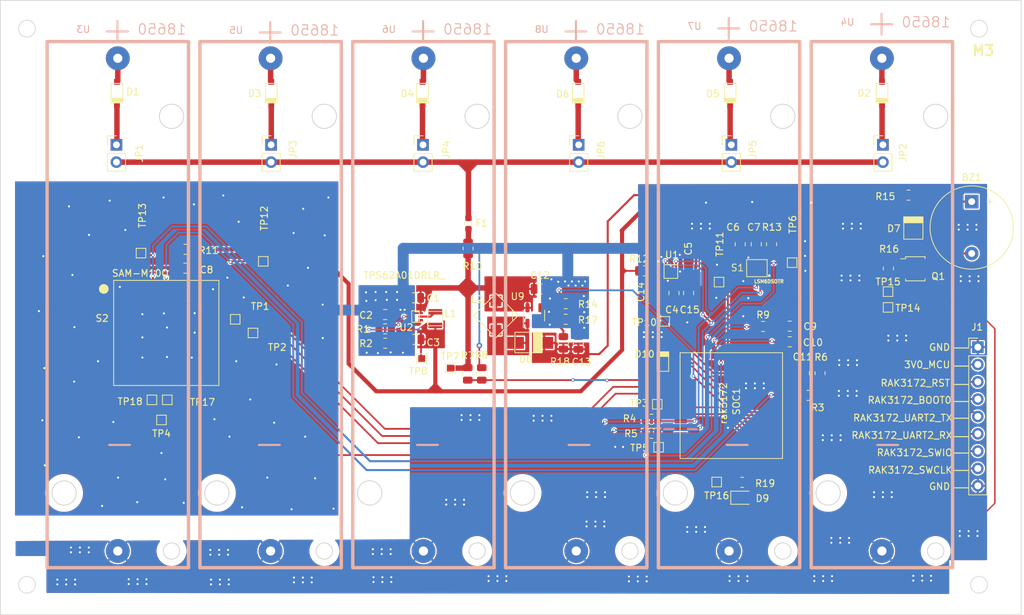
<source format=kicad_pcb>
(kicad_pcb (version 20211014) (generator pcbnew)
  (layers (0 "F.Cu" signal) (31 "B.Cu" signal) (34 "B.Paste" user) (35 "F.Paste" user) (36 "B.SilkS" user "B.Silkscreen") (37 "F.SilkS" user "F.Silkscreen") (38 "B.Mask" user) (39 "F.Mask" user) (44 "Edge.Cuts" user))
  (net 0 "")
  (net 1 "+12V")
  (net 5 "Net-(D1-Pad1)")
  (net 8 "Net-(C14-Pad1)")
  (net 10 "GND")
  (net 11 "SCL")
  (net 12 "SDA")
  (net 13 "LSM6D_INT1")
  (net 14 "LSM6D_INT2")
  (net 15 "M10Q_UART_TX")
  (net 16 "M10Q_UART_RX")
  (net 17 "M10Q_RESET_N")
  (net 18 "M10Q_EXINT")
  (net 19 "Net-(C2-Pad2)")
  (net 20 "Net-(D1-Pad2)")
  (net 21 "Net-(D2-Pad2)")
  (net 22 "Net-(D2-Pad1)")
  (net 23 "Net-(D3-Pad2)")
  (net 24 "Net-(D3-Pad1)")
  (net 25 "Net-(D4-Pad1)")
  (net 26 "BUZZER")
  (net 27 "Net-(L1-Pad1)")
  (net 28 "Net-(C1-Pad1)")
  (net 29 "ADC_REF")
  (net 30 "RAK3172_RST")
  (net 31 "RAK3172_UART2_TX")
  (net 32 "RAK3172_UART2_RX")
  (net 33 "RAK3172_SWIO")
  (net 34 "RAK3172_SWCLK")
  (net 35 "RAK3172_BOOT0")
  (net 36 "BATTERY")
  (net 37 "+3V0_MAG")
  (net 38 "+3V0_GYRACC")
  (net 39 "+3V0_GPS")
  (net 40 "+3V0_MCU")
  (net 41 "Net-(F1-Pad1)")
  (net 42 "Net-(F1-Pad2)")
  (net 43 "Net-(BZ1-Pad2)")
  (net 44 "AP3015_SHDN")
  (net 45 "+12V_BUZZER")
  (net 46 "Net-(R17-Pad1)")
  (net 47 "Net-(D8-Pad1)")
  (net 48 "Net-(D9-Pad2)")
  (net 49 "LED")
  (net 50 "Net-(D4-Pad2)")
  (net 51 "Net-(D5-Pad1)")
  (net 52 "Net-(D5-Pad2)")
  (net 53 "Net-(D6-Pad1)")
  (net 54 "Net-(D6-Pad2)")
  (net 55 "Net-(D10-Pad1)")
  (net 56 "Net-(S2-Pad7)")
  (net 57 "Net-(S2-Pad8)")
  (net 59 "IIS2MDCTR_INT")
  (footprint "Capacitor_SMD:C_0805_2012Metric" (layer "F.Cu") (at 148.8 99.25 -90)
    (fp_text reference "C15")
    (fp_text value "0.1uF")
  )
  (footprint "TestPoint:TestPoint_Pad_1.0x1.0mm" (layer "F.Cu") (at 144.2 115.55)
    (fp_text reference "TP3")
    (fp_text value "TestPoint_Probe")
  )
  (footprint "TestPoint:TestPoint_Pad_1.0x1.0mm" (layer "F.Cu") (at 70.2 114.9)
    (fp_text reference "TP18")
    (fp_text value "TestPoint_Probe")
  )
  (footprint "Connector_PinHeader_2.54mm:PinHeader_1x09_P2.54mm_Vertical" (layer "F.Cu") (at 191.15 107.18)
    (fp_text reference "J1")
    (fp_text value "Conn_01x08_Male")
  )
  (footprint "vakalan:BAT54G" (layer "F.Cu") (at 154.85 70 -90)
    (fp_text reference "D5")
    (fp_text value "BAT54G")
  )
  (footprint "Fuse:Fuse_0603_1608Metric" (layer "F.Cu") (at 116.55 89.0625 -90)
    (fp_text reference "F1")
    (fp_text value "Fuse")
  )
  (footprint "Capacitor_SMD:C_0805_2012Metric" (layer "F.Cu") (at 75.1 95.6)
    (fp_text reference "C8")
    (fp_text value "4.7uF")
  )
  (footprint "Connector_PinHeader_2.54mm:PinHeader_1x02_P2.54mm_Vertical" (layer "F.Cu") (at 109.9 77.525)
    (fp_text reference "JP4")
    (fp_text value "Jumper_2_Open")
  )
  (footprint "Connector_PinHeader_2.54mm:PinHeader_1x02_P2.54mm_Vertical" (layer "F.Cu") (at 132.7 77.525)
    (fp_text reference "JP6")
    (fp_text value "Jumper_2_Open")
  )
  (footprint "TestPoint:TestPoint_Pad_1.0x1.0mm" (layer "F.Cu") (at 144.4 121.85)
    (fp_text reference "TP5")
    (fp_text value "TestPoint_Probe")
  )
  (footprint "Capacitor_SMD:C_0805_2012Metric" (layer "F.Cu") (at 132.65 106.55 90)
    (fp_text reference "C13")
    (fp_text value "1uF")
  )
  (footprint "Package_TO_SOT_SMD:SOT-23-5" (layer "F.Cu") (at 126.15 102.55 90)
    (fp_text reference "U9")
    (fp_text value "AP3012")
  )
  (footprint "vakalan:BAT54G" (layer "F.Cu") (at 177.1 70 -90)
    (fp_text reference "D2")
    (fp_text value "BAT54G")
  )
  (footprint "Capacitor_SMD:C_0805_2012Metric" (layer "F.Cu") (at 156.35 92.1 90)
    (fp_text reference "C6")
    (fp_text value "0.1uF")
  )
  (footprint "Resistor_SMD:R_0805_2012Metric" (layer "F.Cu") (at 160.95 92.1 -90)
    (fp_text reference "R13")
    (fp_text value "0")
  )
  (footprint "Capacitor_SMD:C_0805_2012Metric" (layer "F.Cu") (at 127.1 98.65)
    (fp_text reference "C12")
    (fp_text value "4.7uF")
  )
  (footprint "TestPoint:TestPoint_Pad_1.0x1.0mm" (layer "F.Cu") (at 178 99.05)
    (fp_text reference "TP15")
    (fp_text value "TestPoint_Probe")
  )
  (footprint "TestPoint:TestPoint_Pad_1.0x1.0mm" (layer "F.Cu") (at 153.25 97.65)
    (fp_text reference "TP11")
    (fp_text value "TestPoint_Probe")
  )
  (footprint "TestPoint:TestPoint_Pad_1.0x1.0mm" (layer "F.Cu") (at 68.6 93.4)
    (fp_text reference "TP13")
    (fp_text value "TestPoint_Probe")
  )
  (footprint "Resistor_SMD:R_0805_2012Metric" (layer "F.Cu") (at 143.35 117.75)
    (fp_text reference "R4")
    (fp_text value "4.7k")
  )
  (footprint "Resistor_SMD:R_0805_2012Metric" (layer "F.Cu") (at 142.3875 96)
    (fp_text reference "R12")
    (fp_text value "0")
  )
  (footprint "Connector_PinHeader_2.54mm:PinHeader_1x02_P2.54mm_Vertical" (layer "F.Cu") (at 65 77.525)
    (fp_text reference "JP1")
    (fp_text value "Jumper_2_Open")
  )
  (footprint "Resistor_SMD:R_0805_2012Metric" (layer "F.Cu") (at 178.055 95.65 90)
    (fp_text reference "R16")
    (fp_text value "10k")
  )
  (footprint "TestPoint:TestPoint_Pad_1.0x1.0mm" (layer "F.Cu") (at 85 105.1)
    (fp_text reference "TP2")
    (fp_text value "TestPoint_Probe")
  )
  (footprint "Connector_PinHeader_2.54mm:PinHeader_1x02_P2.54mm_Vertical" (layer "F.Cu") (at 155.05 77.525)
    (fp_text reference "JP5")
    (fp_text value "Jumper_2_Open")
  )
  (footprint "vakalan:TPS62A01DRLR" (layer "F.Cu") (at 108.8 102.7 180)
    (fp_text reference "U2")
    (fp_text value "TPS62A01DRLR_")
  )
  (footprint "vakalan:IIS2MDCTR" (layer "F.Cu") (at 146.2 96.1 -90)
    (fp_text reference "U1")
    (fp_text value "IIS2MDCTR")
  )
  (footprint "vakalan:BAT54G" (layer "F.Cu") (at 132.6 70 -90)
    (fp_text reference "D6")
    (fp_text value "BAT54G")
  )
  (footprint "vakalan:SAM_M10Q" (layer "F.Cu") (at 72.3 105.1)
    (fp_text reference "S2")
    (fp_text value "SAM-M10Q")
  )
  (footprint "Connector_PinHeader_2.54mm:PinHeader_1x02_P2.54mm_Vertical" (layer "F.Cu") (at 177.25 77.525)
    (fp_text reference "JP2")
    (fp_text value "Jumper_2_Open")
  )
  (footprint "vakalan:SS14" (layer "F.Cu") (at 124.35 106.55)
    (fp_text reference "D8")
    (fp_text value "D")
  )
  (footprint "Resistor_SMD:R_0805_2012Metric" (layer "F.Cu") (at 143.35 119.8)
    (fp_text reference "R5")
    (fp_text value "4.7k")
  )
  (footprint "LED_SMD:LED_0805_2012Metric" (layer "F.Cu") (at 156.65 129.25)
    (fp_text reference "D9")
    (fp_text value "LED")
  )
  (footprint "Resistor_SMD:R_0805_2012Metric" (layer "F.Cu") (at 116.5 92.7125 -90)
    (fp_text reference "R10")
    (fp_text value "0")
  )
  (footprint "TestPoint:TestPoint_Pad_1.0x1.0mm" (layer "F.Cu") (at 145.3 103.4)
    (fp_text reference "TP10")
    (fp_text value "TestPoint_Probe")
  )
  (footprint "Capacitor_SMD:C_0805_2012Metric" (layer "F.Cu") (at 146.65 99.25 -90)
    (fp_text reference "C4")
    (fp_text value "10uF")
  )
  (footprint "Resistor_SMD:R_0805_2012Metric" (layer "F.Cu") (at 130.45 106.55 -90)
    (fp_text reference "R18")
    (fp_text value "1M")
  )
  (footprint "Capacitor_SMD:C_0805_2012Metric" (layer "F.Cu") (at 108.6 99.95 180)
    (fp_text reference "C1")
    (fp_text value "4.7uF")
  )
  (footprint "TestPoint:TestPoint_Pad_1.0x1.0mm" (layer "F.Cu") (at 178 101.35)
    (fp_text reference "TP14")
    (fp_text value "TestPoint_Probe")
  )
  (footprint "Resistor_SMD:R_0805_2012Metric" (layer "F.Cu") (at 181 84.9)
    (fp_text reference "R15")
    (fp_text value "0")
  )
  (footprint "TestPoint:TestPoint_Pad_1.0x1.0mm" (layer "F.Cu") (at 71.6 117.85)
    (fp_text reference "TP4")
    (fp_text value "TestPoint_Probe")
  )
  (footprint "vakalan:LSM6DSOTR" (layer "F.Cu") (at 158.8 95.6 180)
    (fp_text reference "S1")
    (fp_text value "LSM6DSOTR")
  )
  (footprint "Resistor_SMD:R_0805_2012Metric" (layer "F.Cu") (at 118.5 111.1 90)
    (fp_text reference "R8")
    (fp_text value "2M")
  )
  (footprint "TestPoint:TestPoint_Pad_1.0x1.0mm" (layer "F.Cu") (at 163.95 94.8)
    (fp_text reference "TP6")
    (fp_text value "TestPoint_Probe")
  )
  (footprint "Resistor_SMD:R_0805_2012Metric" (layer "F.Cu") (at 130.8 100.8)
    (fp_text reference "R14")
    (fp_text value "10k")
  )
  (footprint "Resistor_SMD:R_0805_2012Metric" (layer "F.Cu") (at 159.7 104.15)
    (fp_text reference "R9")
    (fp_text value "0")
  )
  (footprint "Capacitor_SMD:C_0805_2012Metric" (layer "F.Cu") (at 104.3625 102.4)
    (fp_text reference "C2")
    (fp_text value "120pF")
  )
  (footprint "vakalan:DFE252012F" (layer "F.Cu") (at 111.7 103.15 -90)
    (fp_text reference "L1")
    (fp_text value "1uH")
  )
  (footprint "Resistor_SMD:R_0805_2012Metric" (layer "F.Cu") (at 104.3625 104.5)
    (fp_text reference "R1")
    (fp_text value "800k")
  )
  (footprint "Buzzer_Beeper:Buzzer_12x9.5RM7.6" (layer "F.Cu") (at 190.255 85.85 -90)
    (fp_text reference "BZ1")
    (fp_text value "Buzzer")
  )
  (footprint "Resistor_SMD:R_0805_2012Metric" (layer "F.Cu") (at 116.45 111.1 -90)
    (fp_text reference "R7")
    (fp_text value "2M")
  )
  (footprint "Capacitor_SMD:C_0805_2012Metric" (layer "F.Cu") (at 163.6 106.4)
    (fp_text reference "C10")
    (fp_text value "0.1uF")
  )
  (footprint "vakalan:BAT54G" (layer "F.Cu") (at 65.05 70 -90)
    (fp_text reference "D1")
    (fp_text value "BAT54G")
  )
  (footprint "Resistor_SMD:R_0805_2012Metric" (layer "F.Cu") (at 156.65 127)
    (fp_text reference "R19")
    (fp_text value "4.7k")
  )
  (footprint "vakalan:rak3172" (layer "F.Cu") (at 162.55 123.5 90)
    (fp_text reference "SOC1")
    (fp_text value "rak3172")
  )
  (footprint "vakalan:FM4006" (layer "F.Cu") (at 181.755 89.6 90)
    (fp_text reference "D7")
    (fp_text value "D")
  )
  (footprint "vakalan:BAT54G" (layer "F.Cu") (at 145.05 109.25 90)
    (fp_text reference "D10")
    (fp_text value "BAT54G")
  )
  (footprint "Resistor_SMD:R_0805_2012Metric" (layer "F.Cu") (at 75.1 92.85 180)
    (fp_text reference "R11")
    (fp_text value "0")
  )
  (footprint "TestPoint:TestPoint_Pad_1.0x1.0mm" (layer "F.Cu") (at 152.9 126.95)
    (fp_text reference "TP16")
    (fp_text value "TestPoint_Probe")
  )
  (footprint "TestPoint:TestPoint_Pad_1.0x1.0mm" (layer "F.Cu") (at 113.9 110.25 90)
    (fp_text reference "TP7")
    (fp_text value "TestPoint_Probe")
  )
  (footprint "TestPoint:TestPoint_Pad_1.0x1.0mm" (layer "F.Cu") (at 109.7 108.85 -90)
    (fp_text reference "TP8")
    (fp_text value "TestPoint_Probe")
  )
  (footprint "Resistor_SMD:R_0805_2012Metric" (layer "F.Cu") (at 130.8 103.1)
    (fp_text reference "R17")
    (fp_text value "120k")
  )
  (footprint "Capacitor_SMD:C_0805_2012Metric" (layer "F.Cu") (at 108.65 106.05 180)
    (fp_text reference "C3")
    (fp_text value "22uF")
  )
  (footprint "vakalan:BAT54G" (layer "F.Cu") (at 87.65 70 -90)
    (fp_text reference "D3")
    (fp_text value "BAT54G")
  )
  (footprint "TestPoint:TestPoint_Pad_1.0x1.0mm" (layer "F.Cu") (at 86.5 94.6)
    (fp_text reference "TP12")
    (fp_text value "TestPoint_Probe")
  )
  (footprint "Package_TO_SOT_SMD:LFPAK33" (layer "F.Cu") (at 181.8 95.7)
    (fp_text reference "Q1")
    (fp_text value "BUK9M11-40EX")
  )
  (footprint "Capacitor_SMD:C_0805_2012Metric" (layer "F.Cu") (at 143.55 99.2 -90)
    (fp_text reference "C14")
    (fp_text value "220Nf")
  )
  (footprint "Capacitor_SMD:C_0805_2012Metric" (layer "F.Cu") (at 163.6 104.1)
    (fp_text reference "C9")
    (fp_text value "10uF")
  )
  (footprint "Capacitor_SMD:C_0805_2012Metric" (layer "F.Cu") (at 165.75 111 90)
    (fp_text reference "C11")
    (fp_text value "0.1uF")
  )
  (footprint "Resistor_SMD:R_0805_2012Metric" (layer "F.Cu") (at 166.35 114.25)
    (fp_text reference "R3")
    (fp_text value "100k")
  )
  (footprint "Connector_PinHeader_2.54mm:PinHeader_1x02_P2.54mm_Vertical" (layer "F.Cu") (at 87.65 77.525)
    (fp_text reference "JP3")
    (fp_text value "Jumper_2_Open")
  )
  (footprint "Capacitor_SMD:C_0805_2012Metric" (layer "F.Cu") (at 148.8 95.55 90)
    (fp_text reference "C5")
    (fp_text value "0.1uF")
  )
  (footprint "TestPoint:TestPoint_Pad_1.0x1.0mm" (layer "F.Cu") (at 82.4 103.1)
    (fp_text reference "TP1")
    (fp_text value "TestPoint_Probe")
  )
  (footprint "Resistor_SMD:R_0805_2012Metric" (layer "F.Cu") (at 168.05 111 -90)
    (fp_text reference "R6")
    (fp_text value "10k")
  )
  (footprint "vakalan:CDRH4D16-100M" (layer "F.Cu") (at 120.55 102.65 -135)
    (fp_text reference "L2")
    (fp_text value "10uH")
  )
  (footprint "TestPoint:TestPoint_Pad_1.0x1.0mm" (layer "F.Cu") (at 72.45 114.9)
    (fp_text reference "TP17")
    (fp_text value "TestPoint_Probe")
  )
  (footprint "Resistor_SMD:R_0805_2012Metric" (layer "F.Cu") (at 104.3625 106.6)
    (fp_text reference "R2")
    (fp_text value "200k")
  )
  (footprint "Capacitor_SMD:C_0805_2012Metric" (layer "F.Cu") (at 158.7 92.1 90)
    (fp_text reference "C7")
    (fp_text value "0.1uF")
  )
  (footprint "vakalan:BAT54G" (layer "F.Cu") (at 109.8 70 -90)
    (fp_text reference "D4")
    (fp_text value "BAT54G")
  )
  (footprint "vakalan:18650" (layer "B.Cu") (at 132.34 100.95 180)
    (fp_text reference "U8")
    (fp_text value "18650")
    (fp_circle (center 7.87 -27.6) (end 9.65 -27.6) (layer "Edge.Cuts") (width 0.12) (fill none))
    (fp_circle (center -7.87 -36.11) (end -6.67 -36.11) (layer "Edge.Cuts") (width 0.12) (fill none))
    (fp_circle (center -7.87 27.6) (end -6.09 27.6) (layer "Edge.Cuts") (width 0.12) (fill none))
  )
  (footprint "vakalan:18650" (layer "B.Cu") (at 177.1 100.95 180)
    (fp_text reference "U4")
    (fp_text value "18650")
    (fp_circle (center -7.87 -36.11) (end -6.67 -36.11) (layer "Edge.Cuts") (width 0.12) (fill none))
    (fp_circle (center -7.87 27.6) (end -6.09 27.6) (layer "Edge.Cuts") (width 0.12) (fill none))
    (fp_circle (center 7.87 -27.6) (end 9.65 -27.6) (layer "Edge.Cuts") (width 0.12) (fill none))
  )
  (footprint "vakalan:18650" (layer "B.Cu") (at 65.2 100.95 180)
    (fp_text reference "U3")
    (fp_text value "18650")
    (fp_circle (center -7.87 -36.11) (end -6.67 -36.11) (layer "Edge.Cuts") (width 0.12) (fill none))
    (fp_circle (center -7.87 27.6) (end -6.09 27.6) (layer "Edge.Cuts") (width 0.12) (fill none))
    (fp_circle (center 7.87 -27.6) (end 9.65 -27.6) (layer "Edge.Cuts") (width 0.12) (fill none))
  )
  (footprint "vakalan:18650" (layer "B.Cu") (at 109.96 100.95 180)
    (fp_text reference "U6")
    (fp_text value "18650")
    (fp_circle (center -7.87 -36.11) (end -6.67 -36.11) (layer "Edge.Cuts") (width 0.12) (fill none))
    (fp_circle (center 7.87 -27.6) (end 9.65 -27.6) (layer "Edge.Cuts") (width 0.12) (fill none))
    (fp_circle (center -7.87 27.6) (end -6.09 27.6) (layer "Edge.Cuts") (width 0.12) (fill none))
  )
  (footprint "vakalan:18650" (layer "B.Cu") (at 154.72 100.95 180)
    (fp_text reference "U7")
    (fp_text value "18650")
    (fp_circle (center -7.87 -36.11) (end -6.67 -36.11) (layer "Edge.Cuts") (width 0.12) (fill none))
    (fp_circle (center -7.87 27.6) (end -6.09 27.6) (layer "Edge.Cuts") (width 0.12) (fill none))
    (fp_circle (center 7.87 -27.6) (end 9.65 -27.6) (layer "Edge.Cuts") (width 0.12) (fill none))
  )
  (footprint "vakalan:18650" (layer "B.Cu") (at 87.58 100.95 180)
    (fp_text reference "U5")
    (fp_text value "18650")
    (fp_circle (center 7.87 -27.6) (end 9.65 -27.6) (layer "Edge.Cuts") (width 0.12) (fill none))
    (fp_circle (center -7.87 -36.11) (end -6.67 -36.11) (layer "Edge.Cuts") (width 0.12) (fill none))
    (fp_circle (center -7.87 27.6) (end -6.09 27.6) (layer "Edge.Cuts") (width 0.12) (fill none))
  )
  (gr_line (start 187.425 120.3) (end 189.775 120.3) (layer "F.SilkS") (width 0.15))
  (gr_line (start 187.425 115.15) (end 189.775 115.15) (layer "F.SilkS") (width 0.15))
  (gr_line (start 187.475 107.3) (end 189.825 107.3) (layer "F.SilkS") (width 0.15))
  (gr_line (start 187.425 122.7) (end 189.775 122.7) (layer "F.SilkS") (width 0.15))
  (gr_line (start 187.425 127.8) (end 189.775 127.8) (layer "F.SilkS") (width 0.15))
  (gr_line (start 187.375 112.65) (end 189.725 112.65) (layer "F.SilkS") (width 0.15))
  (gr_line (start 187.425 125.25) (end 189.775 125.25) (layer "F.SilkS") (width 0.15))
  (gr_line (start 187.425 117.6) (end 189.775 117.6) (layer "F.SilkS") (width 0.15))
  (gr_line (start 187.425 109.95) (end 189.775 109.95) (layer "F.SilkS") (width 0.15))
  (gr_circle (center 51.9 60.5) (end 53.13 60.5) (layer "Edge.Cuts") (width 0.1) (fill none))
  (gr_circle (center 191.32 60.5) (end 192.55 60.5) (layer "Edge.Cuts") (width 0.1) (fill none))
  (gr_rect (start 48 56.35) (end 197.5 146.4) (layer "Edge.Cuts") (width 0.1) (fill none))
  (gr_circle (center 191.32 142) (end 192.55 142) (layer "Edge.Cuts") (width 0.1) (fill none))
  (gr_circle (center 51.9 142) (end 53.13 142) (layer "Edge.Cuts") (width 0.1) (fill none))
  (gr_text "RAK3172_UART2_RX" (at 180.042857 120.1) (layer "F.SilkS") (effects (font (size 1 1))))
  (gr_text "M3" (at 191.95 63.7) (layer "F.SilkS") (effects (font (size 1.5 1.5) (thickness 0.3))))
  (gr_text "RAK3172_UART2_TX" (at 180.161905 117.55) (layer "F.SilkS") (effects (font (size 1 1))))
  (gr_text "3V0_MCU" (at 183.716667 109.75) (layer "F.SilkS") (effects (font (size 1 1))))
  (gr_text "GND" (at 185.55 107.2) (layer "F.SilkS") (effects (font (size 1 1))))
  (gr_text "RAK3172_SWIO" (at 181.9 122.65) (layer "F.SilkS") (effects (font (size 1 1))))
  (gr_text "GND" (at 185.55 127.6) (layer "F.SilkS") (effects (font (size 1 1))))
  (gr_text "RAK3172_RST" (at 182 112.45) (layer "F.SilkS") (effects (font (size 1 1))))
  (gr_text "RAK3172_BOOT0" (at 181.15 114.95) (layer "F.SilkS") (effects (font (size 1 1))))
  (gr_text "RAK3172_SWCLK" (at 181.257143 125.2) (layer "F.SilkS") (effects (font (size 1 1))))
  (segment (start 140.8 84.9) (end 137.7 88) (width 0.3) (layer "F.Cu") (net 1))
  (segment (start 136.95 106.95) (end 135.85 108.05) (width 0.3) (layer "F.Cu") (net 1))
  (segment (start 135.85 108.05) (end 135.7 108.2) (width 0.3) (layer "F.Cu") (net 1))
  (segment (start 135.7 108.2) (end 133.8 108.2) (width 0.3) (layer "F.Cu") (net 1))
  (segment (start 136.95 88.75) (end 136.95 105.25) (width 0.3) (layer "F.Cu") (net 1))
  (segment (start 180.0875 84.9) (end 140.8 84.9) (width 0.3) (layer "F.Cu") (net 1))
  (segment (start 136.95 105.25) (end 136.95 106.95) (width 0.3) (layer "F.Cu") (net 1))
  (segment (start 137.7 88) (end 136.95 88.75) (width 0.3) (layer "F.Cu") (net 1))
  (segment (start 65.2 64.84) (end 65.2 68.175) (width 0.8) (layer "F.Cu") (net 5))
  (segment (start 65.2 68.175) (end 65.075 68.3) (width 0.8) (layer "F.Cu") (net 5))
  (segment (start 144.5 96.25) (end 144.5 97) (width 0.25) (layer "F.Cu") (net 8))
  (segment (start 144.5 97) (end 143.55 97.95) (width 0.25) (layer "F.Cu") (net 8))
  (segment (start 143.55 97.95) (end 143.55 98.25) (width 0.25) (layer "F.Cu") (net 8))
  (segment (start 144.9 95.85) (end 144.5 96.25) (width 0.25) (layer "F.Cu") (net 8))
  (segment (start 145.45 95.85) (end 144.9 95.85) (width 0.25) (layer "F.Cu") (net 8))
  (segment (start 109.55 103.45) (end 109.25 103.75) (width 0.6) (layer "F.Cu") (net 10))
  (segment (start 118.15 109.8375) (end 118.15 106.95) (width 0.25) (layer "F.Cu") (net 10))
  (segment (start 118.5 110.1875) (end 118.15 109.8375) (width 0.25) (layer "F.Cu") (net 10))
  (segment (start 109.55 103.2) (end 109.55 103.45) (width 0.2) (layer "F.Cu") (net 10))
  (segment (start 109.25 103.75) (end 108.2 103.75) (width 0.6) (layer "F.Cu") (net 10))
  (via (at 171 135.15) (size 0.5) (drill 0.3) (layers "F.Cu" "B.Cu") (net 10))
  (via (at 157.2 112.5) (size 0.5) (drill 0.3) (layers "F.Cu" "B.Cu") (net 10))
  (via (at 83.4 130.65) (size 0.5) (drill 0.3) (layers "F.Cu" "B.Cu") (net 10))
  (via (at 90.650528 130.942056) (size 0.5) (drill 0.3) (layers "F.Cu" "B.Cu") (net 10))
  (via (at 147.55 96.1) (size 0.5) (drill 0.3) (layers "F.Cu" "B.Cu") (net 10))
  (via (at 68.8 102.35) (size 0.5) (drill 0.3) (layers "F.Cu" "B.Cu") (net 10))
  (via (at 68.8 108.7) (size 0.5) (drill 0.3) (layers "F.Cu" "B.Cu") (net 10))
  (via (at 120.8 140.75) (size 0.5) (drill 0.3) (layers "F.Cu" "B.Cu") (net 10))
  (via (at 115.9 130.25) (size 0.5) (drill 0.3) (layers "F.Cu" "B.Cu") (net 10))
  (via (at 130.7 97.55) (size 0.5) (drill 0.3) (layers "F.Cu" "B.Cu") (net 10))
  (via (at 179.35 106.2) (size 0.5) (drill 0.3) (layers "F.Cu" "B.Cu") (net 10))
  (via (at 170.8 114.3) (size 0.5) (drill 0.3) (layers "F.Cu" "B.Cu") (net 10))
  (via (at 157.55 100) (size 0.5) (drill 0.3) (layers "F.Cu" "B.Cu") (net 10))
  (via (at 189.95 96.8) (size 0.5) (drill 0.3) (layers "F.Cu" "B.Cu") (net 10))
  (via (at 189.8 134.85) (size 0.5) (drill 0.3) (layers "F.Cu" "B.Cu") (net 10))
  (via (at 150.6 89.1) (size 0.5) (drill 0.3) (layers "F.Cu" "B.Cu") (net 10))
  (via (at 165.85 93.8) (size 0.5) (drill 0.3) (layers "F.Cu" "B.Cu") (net 10))
  (via (at 69.4 141.2) (size 0.5) (drill 0.3) (layers "F.Cu" "B.Cu") (net 10))
  (via (at 92.3 140.95) (size 0.5) (drill 0.3) (layers "F.Cu" "B.Cu") (net 10))
  (via (at 151.35 86) (size 0.5) (drill 0.3) (layers "F.Cu" "B.Cu") (net 10))
  (via (at 113.3 129.55) (size 0.5) (drill 0.3) (layers "F.Cu" "B.Cu") (net 10))
  (via (at 133.95 129.15) (size 0.5) (drill 0.3) (layers "F.Cu" "B.Cu") (net 10))
  (via (at 133.85 132.75) (size 0.5) (drill 0.3) (layers "F.Cu" "B.Cu") (net 10))
  (via (at 78.75 136.9) (size 0.5) (drill 0.3) (layers "F.Cu" "B.Cu") (net 10))
  (via (at 141.35 141.5) (size 0.5) (drill 0.3) (layers "F.Cu" "B.Cu") (net 10))
  (via (at 133.95 128.45) (size 0.5) (drill 0.3) (layers "F.Cu" "B.Cu") (net 10))
  (via (at 94.1 126.4) (size 0.5) (drill 0.3) (layers "F.Cu" "B.Cu") (net 10))
  (via (at 154.8 140.75) (size 0.5) (drill 0.3) (layers "F.Cu" "B.Cu") (net 10))
  (via (at 106.1 99.1) (size 0.5) (drill 0.3) (layers "F.Cu" "B.Cu") (net 10))
  (via (at 149.3 89.8) (size 0.5) (drill 0.3) (layers "F.Cu" "B.Cu") (net 10))
  (via (at 184.3 141.4) (size 0.5) (drill 0.3) (layers "F.Cu" "B.Cu") (net 10))
  (via (at 76.35 86.25) (size 0.5) (drill 0.3) (layers "F.Cu" "B.Cu") (net 10))
  (via (at 169.7 135.85) (size 0.5) (drill 0.3) (layers "F.Cu" "B.Cu") (net 10))
  (via (at 181.7 140.7) (size 0.5) (drill 0.3) (layers "F.Cu" "B.Cu") (net 10))
  (via (at 156.8 102.65) (size 0.5) (drill 0.3) (layers "F.Cu" "B.Cu") (net 10))
  (via (at 118.15 106.95) (size 0.8) (drill 0.4) (layers "F.Cu" "B.Cu") (net 10))
  (via (at 116.85 117.85) (size 0.5) (drill 0.3) (layers "F.Cu" "B.Cu") (net 10))
  (via (at 80.05 136.9) (size 0.5) (drill 0.3) (layers "F.Cu" "B.Cu") (net 10))
  (via (at 96.8 130.85) (size 0.5) (drill 0.3) (layers "F.Cu" "B.Cu") (net 10))
  (via (at 62.3 109.25) (size 0.5) (drill 0.3) (layers "F.Cu" "B.Cu") (net 10))
  (via (at 148.6 133.55) (size 0.5) (drill 0.3) (layers "F.Cu" "B.Cu") (net 10))
  (via (at 173.4 113.6) (size 0.5) (drill 0.3) (layers "F.Cu" "B.Cu") (net 10))
  (via (at 54.3 93.85) (size 0.5) (drill 0.3) (layers "F.Cu" "B.Cu") (net 10))
  (via (at 103.3 108.05) (size 0.5) (drill 0.3) (layers "F.Cu" "B.Cu") (net 10))
  (via (at 158.1 85.9) (size 0.5) (drill 0.3) (layers "F.Cu" "B.Cu") (net 10))
  (via (at 102.65 140.9) (size 0.5) (drill 0.3) (layers "F.Cu" "B.Cu") (net 10))
  (via (at 136.55 129.15) (size 0.5) (drill 0.3) (layers "F.Cu" "B.Cu") (net 10))
  (via (at 60.95 137.25) (size 0.5) (drill 0.3) (layers "F.Cu" "B.Cu") (net 10))
  (via (at 133.25 98.15) (size 0.5) (drill 0.3) (layers "F.Cu" "B.Cu") (net 10))
  (via (at 81.45 141.25) (size 0.5) (drill 0.3) (layers "F.Cu" "B.Cu") (net 10))
  (via (at 62.9 130.45) (size 0.5) (drill 0.3) (layers "F.Cu" "B.Cu") (net 10))
  (via (at 103.85 137.5) (size 0.5) (drill 0.3) (layers "F.Cu" "B.Cu") (net 10))
  (via (at 74.85 130) (size 0.5) (drill 0.3) (layers "F.Cu" "B.Cu") (net 10))
  (via (at 177.25 128.45) (size 0.5) (drill 0.3) (layers "F.Cu" "B.Cu") (net 10))
  (via (at 106.6 101.7) (size 0.5) (drill 0.3) (layers "F.Cu" "B.Cu") (net 10))
  (via (at 145.75 97.45) (size 0.5) (drill 0.3) (layers "F.Cu" "B.Cu") (net 10))
  (via (at 135.15 133.45) (size 0.5) (drill 0.3) (layers "F.Cu" "B.Cu") (net 10))
  (via (at 92.3 141.65) (size 0.5) (drill 0.3) (layers "F.Cu" "B.Cu") (net 10))
  (via (at 88.1 118.25) (size 0.5) (drill 0.3) (layers "F.Cu" "B.Cu") (net 10))
  (via (at 60.989976 90.729482) (size 0.5) (drill 0.3) (layers "F.Cu" "B.Cu") (net 10))
  (via (at 191.1 134.15) (size 0.5) (drill 0.3) (layers "F.Cu" "B.Cu") (net 10))
  (via (at 95.5 90.8) (size 0.5) (drill 0.3) (layers "F.Cu" "B.Cu") (net 10))
  (via (at 171.05 120.8) (size 0.5) (drill 0.3) (layers "F.Cu" "B.Cu") (net 10))
  (via (at 168.45 120.1) (size 0.5) (drill 0.3) (layers "F.Cu" "B.Cu") (net 10))
  (via (at 64.55 118.15) (size 0.5) (drill 0.3) (layers "F.Cu" "B.Cu") (net 10))
  (via (at 191.25 96.8) (size 0.5) (drill 0.3) (layers "F.Cu" "B.Cu") (net 10))
  (via (at 102.65 141.6) (size 0.5) (drill 0.3) (layers "F.Cu" "B.Cu") (net 10))
  (via (at 139.2 121.8) (size 0.5) (drill 0.3) (layers "F.Cu" "B.Cu") (net 10))
  (via (at 80.15 141.95) (size 0.5) (drill 0.3) (layers "F.Cu" "B.Cu") (net 10))
  (via (at 140.05 140.8) (size 0.5) (drill 0.3) (layers "F.Cu" "B.Cu") (net 10))
  (via (at 105.15 107.95) (size 0.5) (drill 0.3) (layers "F.Cu" "B.Cu") (net 10))
  (via (at 156.1 140.75) (size 0.5) (drill 0.3) (layers "F.Cu" "B.Cu") (net 10))
  (via (at 82.9 88.8) (size 0.5) (drill 0.3) (layers "F.Cu" "B.Cu") (net 10))
  (via (at 190.95 89.95) (size 0.5) (drill 0.3) (layers "F.Cu" "B.Cu") (net 10))
  (via (at 141.35 140.8) (size 0.5) (drill 0.3) (layers "F.Cu" "B.Cu") (net 10))
  (via (at 170.85 109.1) (size 0.5) (drill 0.3) (layers "F.Cu" "B.Cu") (net 10))
  (via (at 104.5 99.1) (size 0.5) (drill 0.3) (layers "F.Cu" "B.Cu") (net 10))
  (via (at 180.65 106.2) (size 0.5) (drill 0.3) (layers "F.Cu" "B.Cu") (net 10))
  (via (at 188.65 96.8) (size 0.5) (drill 0.3) (layers "F.Cu" "B.Cu") (net 10))
  (via (at 142.65 141.5) (size 0.5) (drill 0.3) (layers "F.Cu" "B.Cu") (net 10))
  (via (at 190.95 89.25) (size 0.5) (drill 0.3) (layers "F.Cu" "B.Cu") (net 10))
  (via (at 81.25 97) (size 0.5) (drill 0.3) (layers "F.Cu" "B.Cu") (net 10))
  (via (at 101.6 100.4) (size 0.5) (drill 0.3) (layers "F.Cu" "B.Cu") (net 10))
  (via (at 172.15 109.1) (size 0.5) (drill 0.3) (layers "F.Cu" "B.Cu") (net 10))
  (via (at 106.1 100.25) (size 0.5) (drill 0.3) (layers "F.Cu" "B.Cu") (net 10))
  (via (at 87.1 126.3) (size 0.5) (drill 0.3) (layers "F.Cu" "B.Cu") (net 10))
  (via (at 56.35 141.25) (size 0.5) (drill 0.3) (layers "F.Cu" "B.Cu") (net 10))
  (via (at 83.65 99.9) (size 0.5) (drill 0.3) (layers "F.Cu" "B.Cu") (net 10))
  (via (at 58.95 141.25) (size 0.5) (drill 0.3) (layers "F.Cu" "B.Cu") (net 10))
  (via (at 115.55 117.15) (size 0.5) (drill 0.3) (layers "F.Cu" "B.Cu") (net 10))
  (via (at 156.8 97.5) (size 0.5) (drill 0.3) (layers "F.Cu" "B.Cu") (net 10))
  (via (at 71.6 122.7) (size 0.5) (drill 0.3) (layers "F.Cu" "B.Cu") (net 10))
  (via (at 188.5 134.85) (size 0.5) (drill 0.3) (layers "F.Cu" "B.Cu") (net 10))
  (via (at 172.5 97.4) (size 0.5) (drill 0.3) (layers "F.Cu" "B.Cu") (net 10))
  (via (at 66.8 141.2) (size 0.5) (drill 0.3) (layers "F.Cu" "B.Cu") (net 10))
  (via (at 103.85 136.8) (size 0.5) (drill 0.3) (layers "F.Cu" "B.Cu") (net 10))
  (via (at 56.35 141.95) (size 0.5) (drill 0.3) (layers "F.Cu" "B.Cu") (net 10))
  (via (at 81.35 136.9) (size 0.5) (drill 0.3) (layers "F.Cu" "B.Cu") (net 10))
  (via (at 115.9 129.55) (size 0.5) (drill 0.3) (layers "F.Cu" "B.Cu") (net 10))
  (via (at 54.5 124.5) (size 0.5) (drill 0.3) (layers "F.Cu" "B.Cu") (net 10))
  (via (at 79.15 98.7) (size 0.5) (drill 0.3) (layers "F.Cu" "B.Cu") (net 10))
  (via (at 177.25 129.15) (size 0.5) (drill 0.3) (layers "F.Cu" "B.Cu") (net 10))
  (via (at 173.45 109.1) (size 0.5) (drill 0.3) (layers "F.Cu" "B.Cu") (net 10))
  (via (at 172.1 113.6) (size 0.5) (drill 0.3) (layers "F.Cu" "B.Cu") (net 10))
  (via (at 114.6 129.55) (size 0.5) (drill 0.3) (layers "F.Cu" "B.Cu") (net 10))
  (via (at 78.85 141.95) (size 0.5) (drill 0.3) (layers "F.Cu" "B.Cu") (net 10))
  (via (at 102.95 100.3) (size 0.5) (drill 0.3) (layers "F.Cu" "B.Cu") (net 10))
  (via (at 118.15 117.15) (size 0.5) (drill 0.3) (layers "F.Cu" "B.Cu") (net 10))
  (via (at 58.85 104.25) (size 0.5) (drill 0.3) (layers "F.Cu" "B.Cu") (net 10))
  (via (at 128.35 102) (size 0.5) (drill 0.3) (layers "F.Cu" "B.Cu") (net 10))
  (via (at 58.55 96.6) (size 0.5) (drill 0.3) (layers "F.Cu" "B.Cu") (net 10))
  (via (at 172.15 109.8) (size 0.5) (drill 0.3) (layers "F.Cu" "B.Cu") (net 10))
  (via (at 114.6 130.25) (size 0.5) (drill 0.3) (layers "F.Cu" "B.Cu") (net 10))
  (via (at 154.8 141.45) (size 0.5) (drill 0.3) (layers "F.Cu" "B.Cu") (net 10))
  (via (at 132.25 98.15) (size 0.5) (drill 0.3) (layers "F.Cu" "B.Cu") (net 10))
  (via (at 72.4 104.3) (size 0.5) (drill 0.3) (layers "F.Cu" "B.Cu") (net 10))
  (via (at 144.85 105.7) (size 0.5) (drill 0.3) (layers "F.Cu" "B.Cu") (net 10))
  (via (at 154.55 119) (size 0.5) (drill 0.3) (layers "F.Cu" "B.Cu") (net 10))
  (via (at 138.05 121.8) (size 0.5) (drill 0.3) (layers "F.Cu" "B.Cu") (net 10))
  (via (at 136.45 132.75) (size 0.5) (drill 0.3) (layers "F.Cu" "B.Cu") (net 10))
  (via (at 104.6 100.25) (size 0.5) (drill 0.3) (layers "F.Cu" "B.Cu") (net 10))
  (via (at 151.9 89.1) (size 0.5) (drill 0.3) (layers "F.Cu" "B.Cu") (net 10))
  (via (at 148.6 103.55) (size 0.5) (drill 0.3) (layers "F.Cu" "B.Cu") (net 10))
  (via (at 54.15 117.9) (size 0.5) (drill 0.3) (layers "F.Cu" "B.Cu") (net 10))
  (via (at 76.033337 108.710035) (size 0.5) (drill 0.3) (layers "F.Cu" "B.Cu") (net 10))
  (via (at 169.7 135.15) (size 0.5) (drill 0.3) (layers "F.Cu" "B.Cu") (net 10))
  (via (at 59.65 136.55) (size 0.5) (drill 0.3) (layers "F.Cu" "B.Cu") (net 10))
  (via (at 170.85 109.8) (size 0.5) (drill 0.3) (layers "F.Cu" "B.Cu") (net 10))
  (via (at 102.55 137.5) (size 0.5) (drill 0.3) (layers "F.Cu" "B.Cu") (net 10))
  (via (at 149.3 89.1) (size 0.5) (drill 0.3) (layers "F.Cu" "B.Cu") (net 10))
  (via (at 106.95 108) (size 0.5) (drill 0.3) (layers "F.Cu" "B.Cu") (net 10))
  (via (at 171 135.85) (size 0.5) (drill 0.3) (layers "F.Cu" "B.Cu") (net 10))
  (via (at 144.8 93.95) (size 0.5) (drill 0.3) (layers "F.Cu" "B.Cu") (net 10))
  (via (at 64.013478 85.71047) (size 0.5) (drill 0.3) (layers "F.Cu" "B.Cu") (net 10))
  (via (at 58.813055 112.22658) (size 0.5) (drill 0.3) (layers "F.Cu" "B.Cu") (net 10))
  (via (at 81.549788 120.29933) (size 0.5) (drill 0.3) (layers "F.Cu" "B.Cu") (net 10))
  (via (at 144.85 105) (size 0.5) (drill 0.3) (layers "F.Cu" "B.Cu") (net 10))
  (via (at 72.405135 108.61933) (size 0.5) (drill 0.3) (layers "F.Cu" "B.Cu") (net 10))
  (via (at 142.65 140.8) (size 0.5) (drill 0.3) (layers "F.Cu" "B.Cu") (net 10))
  (via (at 90.95 90.45) (size 0.5) (drill 0.3) (layers "F.Cu" "B.Cu") (net 10))
  (via (at 140.05 141.5) (size 0.5) (drill 0.3) (layers "F.Cu" "B.Cu") (net 10))
  (via (at 72.15 126.55) (size 0.5) (drill 0.3) (layers "F.Cu" "B.Cu") (net 10))
  (via (at 93.6 140.95) (size 0.5) (drill 0.3) (layers "F.Cu" "B.Cu") (net 10))
  (via (at 189.65 89.95) (size 0.5) (drill 0.3) (layers "F.Cu" "B.Cu") (net 10))
  (via (at 188.35 89.95) (size 0.5) (drill 0.3) (layers "F.Cu" "B.Cu") (net 10))
  (via (at 122.1 140.75) (size 0.5) (drill 0.3) (layers "F.Cu" "B.Cu") (net 10))
  (via (at 102.55 136.8) (size 0.5) (drill 0.3) (layers "F.Cu" "B.Cu") (net 10))
  (via (at 188.5 134.15) (size 0.5) (drill 0.3) (layers "F.Cu" "B.Cu") (net 10))
  (via (at 157.2 113.2) (size 0.5) (drill 0.3) (layers "F.Cu" "B.Cu") (net 10))
  (via (at 152.95 95.1) (size 0.5) (drill 0.3) (layers "F.Cu" "B.Cu") (net 10))
  (via (at 68.1 141.2) (size 0.5) (drill 0.3) (layers "F.Cu" "B.Cu") (net 10))
  (via (at 122.1 141.45) (size 0.5) (drill 0.3) (layers "F.Cu" "B.Cu") (net 10))
  (via (at 178.55 128.45) (size 0.5) (drill 0.3) (layers "F.Cu" "B.Cu") (net 10))
  (via (at 59.5 120.4) (size 0.5) (drill 0.3) (layers "F.Cu" "B.Cu") (net 10))
  (via (at 126.1 117.25) (size 0.5) (drill 0.3) (layers "F.Cu" "B.Cu") (net 10))
  (via (at 159.8 112.5) (size 0.5) (drill 0.3) (layers "F.Cu" "B.Cu") (net 10))
  (via (at 66.8 141.9) (size 0.5) (drill 0.3) (layers "F.Cu" "B.Cu") (net 10))
  (via (at 180.65 105.5) (size 0.5) (drill 0.3) (layers "F.Cu" "B.Cu") (net 10))
  (via (at 107.2 101.7) (size 0.5) (drill 0.3) (layers "F.Cu" "B.Cu") (net 10))
  (via (at 78.75 137.6) (size 0.5) (drill 0.3) (layers "F.Cu" "B.Cu") (net 10))
  (via (at 183 141.4) (size 0.5) (drill 0.3) (layers "F.Cu" "B.Cu") (net 10))
  (via (at 128.7 117.25) (size 0.5) (drill 0.3) (layers "F.Cu" "B.Cu") (net 10))
  (via (at 172.7 89.1) (size 0.5) (drill 0.3) (layers "F.Cu" "B.Cu") (net 10))
  (via (at 133.5 104.35) (size 0.5) (drill 0.3) (layers "F.Cu" "B.Cu") (net 10))
  (via (at 175.95 129.15) (size 0.5) (drill 0.3) (layers "F.Cu" "B.Cu") (net 10))
  (via (at 57.65 141.95) (size 0.5) (drill 0.3) (layers "F.Cu" "B.Cu") (net 10))
  (via (at 82.55 109.25) (size 0.5) (drill 0.3) (layers "F.Cu" "B.Cu") (net 10))
  (via (at 113.3 130.25) (size 0.5) (drill 0.3) (layers "F.Cu" "B.Cu") (net 10))
  (via (at 128.7 117.95) (size 0.5) (drill 0.3) (layers "F.Cu" "B.Cu") (net 10))
  (via (at 92.646039 120.29933) (size 0.5) (drill 0.3) (layers "F.Cu" "B.Cu") (net 10))
  (via (at 118.15 117.85) (size 0.5) (drill 0.3) (layers "F.Cu" "B.Cu") (net 10))
  (via (at 116.85 117.15) (size 0.5) (drill 0.3) (layers "F.Cu" "B.Cu") (net 10))
  (via (at 79.35 117.75) (size 0.5) (drill 0.3) (layers "F.Cu" "B.Cu") (net 10))
  (via (at 172.3 135.15) (size 0.5) (drill 0.3) (layers "F.Cu" "B.Cu") (net 10))
  (via (at 142.25 105.7) (size 0.5) (drill 0.3) (layers "F.Cu" "B.Cu") (net 10))
  (via (at 172.3 135.85) (size 0.5) (drill 0.3) (layers "F.Cu" "B.Cu") (net 10))
  (via (at 102.95 99.1) (size 0.5) (drill 0.3) (layers "F.Cu" "B.Cu") (net 10))
  (via (at 126.1 117.95) (size 0.5) (drill 0.3) (layers "F.Cu" "B.Cu") (net 10))
  (via (at 135.25 129.15) (size 0.5) (drill 0.3) (layers "F.Cu" "B.Cu") (net 10))
  (via (at 178.05 106.2) (size 0.5) (drill 0.3) (layers "F.Cu" "B.Cu") (net 10))
  (via (at 151.2 134.25) (size 0.5) (drill 0.3) (layers "F.Cu" "B.Cu") (net 10))
  (via (at 179.35 105.5) (size 0.5) (drill 0.3) (layers "F.Cu" "B.Cu") (net 10))
  (via (at 91 141.65) (size 0.5) (drill 0.3) (layers "F.Cu" "B.Cu") (net 10))
  (via (at 188.65 97.5) (size 0.5) (drill 0.3) (layers "F.Cu" "B.Cu") (net 10))
  (via (at 173.8 97.4) (size 0.5) (drill 0.3) (layers "F.Cu" "B.Cu") (net 10))
  (via (at 168.5 140.75) (size 0.5) (drill 0.3) (layers "F.Cu" "B.Cu") (net 10))
  (via (at 59.65 137.25) (size 0.5) (drill 0.3) (layers "F.Cu" "B.Cu") (net 10))
  (via (at 150.6 89.8) (size 0.5) (drill 0.3) (layers "F.Cu" "B.Cu") (net 10))
  (via (at 158.5 113.2) (size 0.5) (drill 0.3) (layers "F.Cu" "B.Cu") (net 10))
  (via (at 181.7 141.4) (size 0.5) (drill 0.3) (layers "F.Cu" "B.Cu") (net 10))
  (via (at 173.4 114.3) (size 0.5) (drill 0.3) (layers "F.Cu" "B.Cu") (net 10))
  (via (at 65.5 98.35) (size 0.5) (drill 0.3) (layers "F.Cu" "B.Cu") (net 10))
  (via (at 101.55 99.15) (size 0.5) (drill 0.3) (layers "F.Cu" "B.Cu") (net 10))
  (via (at 58.35 137.25) (size 0.5) (drill 0.3) (layers "F.Cu" "B.Cu") (net 10))
  (via (at 128.460174 103.88823) (size 0.5) (drill 0.3) (layers "F.Cu" "B.Cu") (net 10))
  (via (at 171.2 97.4) (size 0.5) (drill 0.3) (layers "F.Cu" "B.Cu") (net 10))
  (via (at 76.45 102.2) (size 0.5) (drill 0.3) (layers "F.Cu" "B.Cu") (net 10))
  (via (at 58.95 141.95) (size 0.5) (drill 0.3) (layers "F.Cu" "B.Cu") (net 10))
  (via (at 178.05 105.5) (size 0.5) (drill 0.3) (layers "F.Cu" "B.Cu") (net 10))
  (via (at 191.1 134.85) (size 0.5) (drill 0.3) (layers "F.Cu" "B.Cu") (net 10))
  (via (at 80.15 141.25) (size 0.5) (drill 0.3) (layers "F.Cu" "B.Cu") (net 10))
  (via (at 101.65 108) (size 0.5) (drill 0.3) (layers "F.Cu" "B.Cu") (net 10))
  (via (at 135.15 132.75) (size 0.5) (drill 0.3) (layers "F.Cu" "B.Cu") (net 10))
  (via (at 171.05 120.1) (size 0.5) (drill 0.3) (layers "F.Cu" "B.Cu") (net 10))
  (via (at 149.9 133.55) (size 0.5) (drill 0.3) (layers "F.Cu" "B.Cu") (net 10))
  (via (at 127.4 117.25) (size 0.5) (drill 0.3) (layers "F.Cu" "B.Cu") (net 10))
  (via (at 172.7 89.8) (size 0.5) (drill 0.3) (layers "F.Cu" "B.Cu") (net 10))
  (via (at 136.55 128.45) (size 0.5) (drill 0.3) (layers "F.Cu" "B.Cu") (net 10))
  (via (at 80.65 84.95) (size 0.5) (drill 0.3) (layers "F.Cu" "B.Cu") (net 10))
  (via (at 178.55 129.15) (size 0.5) (drill 0.3) (layers "F.Cu" "B.Cu") (net 10))
  (via (at 184.3 140.7) (size 0.5) (drill 0.3) (layers "F.Cu" "B.Cu") (net 10))
  (via (at 189.95 97.5) (size 0.5) (drill 0.3) (layers "F.Cu" "B.Cu") (net 10))
  (via (at 172.1 114.3) (size 0.5) (drill 0.3) (layers "F.Cu" "B.Cu") (net 10))
  (via (at 188.35 89.25) (size 0.5) (drill 0.3) (layers "F.Cu" "B.Cu") (net 10))
  (via (at 174 89.1) (size 0.5) (drill 0.3) (layers "F.Cu" "B.Cu") (net 10))
  (via (at 84.6 114.85) (size 0.5) (drill 0.3) (layers "F.Cu" "B.Cu") (net 10))
  (via (at 90.1 98.15) (size 0.5) (drill 0.3) (layers "F.Cu" "B.Cu") (net 10))
  (via (at 151.2 133.55) (size 0.5) (drill 0.3) (layers "F.Cu" "B.Cu") (net 10))
  (via (at 169.75 120.1) (size 0.5) (drill 0.3) (layers "F.Cu" "B.Cu") (net 10))
  (via (at 169.75 120.8) (size 0.5) (drill 0.3) (layers "F.Cu" "B.Cu") (net 10))
  (via (at 165.85 91.65) (size 0.5) (drill 0.3) (layers "F.Cu" "B.Cu") (net 10))
  (via (at 120.8 141.45) (size 0.5) (drill 0.3) (layers "F.Cu" "B.Cu") (net 10))
  (via (at 131.7 97.55) (size 0.5) (drill 0.3) (layers "F.Cu" "B.Cu") (net 10))
  (via (at 157.55 94.05) (size 0.5) (drill 0.3) (layers "F.Cu" "B.Cu") (net 10))
  (via (at 173.8 96.7) (size 0.5) (drill 0.3) (layers "F.Cu" "B.Cu") (net 10))
  (via (at 78.85 141.25) (size 0.5) (drill 0.3) (layers "F.Cu" "B.Cu") (net 10))
  (via (at 103.95 141.6) (size 0.5) (drill 0.3) (layers "F.Cu" "B.Cu") (net 10))
  (via (at 165.9 96) (size 0.5) (drill 0.3) (layers "F.Cu" "B.Cu") (net 10))
  (via (at 129.7 97.6) (size 0.5) (drill 0.3) (layers "F.Cu" "B.Cu") (net 10))
  (via (at 128.5 100.05) (size 0.5) (drill 0.3) (layers "F.Cu" "B.Cu") (net 10))
  (via (at 128.7 97.25) (size 0.5) (drill 0.3) (layers "F.Cu" "B.Cu") (net 10))
  (via (at 105.15 136.8) (size 0.5) (drill 0.3) (layers "F.Cu" "B.Cu") (net 10))
  (via (at 92.35 86.9) (size 0.5) (drill 0.3) (layers "F.Cu" "B.Cu") (net 10))
  (via (at 68.1 141.9) (size 0.5) (drill 0.3) (layers "F.Cu" "B.Cu") (net 10))
  (via (at 158.5 112.5) (size 0.5) (drill 0.3) (layers "F.Cu" "B.Cu") (net 10))
  (via (at 152.85 99.95) (size 0.5) (drill 0.3) (layers "F.Cu" "B.Cu") (net 10))
  (via (at 81.35 137.6) (size 0.5) (drill 0.3) (layers "F.Cu" "B.Cu") (net 10))
  (via (at 144.35 94.6) (size 0.5) (drill 0.3) (layers "F.Cu" "B.Cu") (net 10))
  (via (at 174 89.8) (size 0.5) (drill 0.3) (layers "F.Cu" "B.Cu") (net 10))
  (via (at 115.55 117.85) (size 0.5) (drill 0.3) (layers "F.Cu" "B.Cu") (net 10))
  (via (at 172.5 96.7) (size 0.5) (drill 0.3) (layers "F.Cu" "B.Cu") (net 10))
  (via (at 93.6 141.65) (size 0.5) (drill 0.3) (layers "F.Cu" "B.Cu") (net 10))
  (via (at 171.2 96.7) (size 0.5) (drill 0.3) (layers "F.Cu" "B.Cu") (net 10))
  (via (at 143.55 105.7) (size 0.5) (drill 0.3) (layers "F.Cu" "B.Cu") (net 10))
  (via (at 169.8 140.75) (size 0.5) (drill 0.3) (layers "F.Cu" "B.Cu") (net 10))
  (via (at 135.25 128.45) (size 0.5) (drill 0.3) (layers "F.Cu" "B.Cu") (net 10))
  (via (at 148.6 134.25) (size 0.5) (drill 0.3) (layers "F.Cu" "B.Cu") (net 10))
  (via (at 170.8 113.6) (size 0.5) (drill 0.3) (layers "F.Cu" "B.Cu") (net 10))
  (via (at 127.4 117.95) (size 0.5) (drill 0.3) (layers "F.Cu" "B.Cu") (net 10))
  (via (at 71.951609 102.239741) (size 0.5) (drill 0.3) (layers "F.Cu" "B.Cu") (net 10))
  (via (at 81.45 141.95) (size 0.5) (drill 0.3) (layers "F.Cu" "B.Cu") (net 10))
  (via (at 80.05 137.6) (size 0.5) (drill 0.3) (layers "F.Cu" "B.Cu") (net 10))
  (via (at 167.2 140.75) (size 0.5) (drill 0.3) (layers "F.Cu" "B.Cu") (net 10))
  (via (at 76.45 105.05) (size 0.5) (drill 0.3) (layers "F.Cu" "B.Cu") (net 10))
  (via (at 143.55 105) (size 0.5) (drill 0.3) (layers "F.Cu" "B.Cu") (net 10))
  (via (at 159.8 113.2) (size 0.5) (drill 0.3) (layers "F.Cu" "B.Cu") (net 10))
  (via (at 168.45 120.8) (size 0.5) (drill 0.3) (layers "F.Cu" "B.Cu") (net 10))
  (via (at 71.9 85.25) (size 0.5) (drill 0.3) (layers "F.Cu" "B.Cu") (net 10))
  (via (at 171.4 89.1) (size 0.5) (drill 0.3) (layers "F.Cu" "B.Cu") (net 10))
  (via (at 149.9 134.25) (size 0.5) (drill 0.3) (layers "F.Cu" "B.Cu") (net 10))
  (via (at 133.45 99.7) (size 0.5) (drill 0.3) (layers "F.Cu" "B.Cu") (net 10))
  (via (at 88.443372 109.717074) (size 0.5) (drill 0.3) (layers "F.Cu" "B.Cu") (net 10))
  (via (at 119.5 141.45) (size 0.5) (drill 0.3) (layers "F.Cu" "B.Cu") (net 10))
  (via (at 60.95 136.55) (size 0.5) (drill 0.3) (layers "F.Cu" "B.Cu") (net 10))
  (via (at 132.7 97.55) (size 0.5) (drill 0.3) (layers "F.Cu" "B.Cu") (net 10))
  (via (at 171.4 89.8) (size 0.5) (drill 0.3) (layers "F.Cu" "B.Cu") (net 10))
  (via (at 66.311339 90.003842) (size 0.5) (drill 0.3) (layers "F.Cu" "B.Cu") (net 10))
  (via (at 91 140.95) (size 0.5) (drill 0.3) (layers "F.Cu" "B.Cu") (net 10))
  (via (at 53.65 101.9) (size 0.5) (drill 0.3) (layers "F.Cu" "B.Cu") (net 10))
  (via (at 105.15 137.5) (size 0.5) (drill 0.3) (layers "F.Cu" "B.Cu") (net 10))
  (via (at 169.8 141.45) (size 0.5) (drill 0.3) (layers "F.Cu" "B.Cu") (net 10))
  (via (at 183 140.7) (size 0.5) (drill 0.3) (layers "F.Cu" "B.Cu") (net 10))
  (via (at 147.5 93.65) (size 0.5) (drill 0.3) (layers "F.Cu" "B.Cu") (net 10))
  (via (at 157.4 141.45) (size 0.5) (drill 0.3) (layers "F.Cu" "B.Cu") (net 10))
  (via (at 65.25 126.3) (size 0.5) (drill 0.3) (layers "F.Cu" "B.Cu") (net 10))
  (via (at 175.95 128.45) (size 0.5) (drill 0.3) (layers "F.Cu" "B.Cu") (net 10))
  (via (at 68.05 129.9) (size 0.5) (drill 0.3) (layers "F.Cu" "B.Cu") (net 10))
  (via (at 105.25 141.6) (size 0.5) (drill 0.3) (layers "F.Cu" "B.Cu") (net 10))
  (via (at 95.216737 105.848433) (size 0.5) (drill 0.3) (layers "F.Cu" "B.Cu") (net 10))
  (via (at 167.2 141.45) (size 0.5) (drill 0.3) (layers "F.Cu" "B.Cu") (net 10))
  (via (at 156.1 141.45) (size 0.5) (drill 0.3) (layers "F.Cu" "B.Cu") (net 10))
  (via (at 58.05 86.55) (size 0.5) (drill 0.3) (layers "F.Cu" "B.Cu") (net 10))
  (via (at 69.4 141.9) (size 0.5) (drill 0.3) (layers "F.Cu" "B.Cu") (net 10))
  (via (at 191.25 97.5) (size 0.5) (drill 0.3) (layers "F.Cu" "B.Cu") (net 10))
  (via (at 95.2 100.95) (size 0.5) (drill 0.3) (layers "F.Cu" "B.Cu") (net 10))
  (via (at 142.25 105) (size 0.5) (drill 0.3) (layers "F.Cu" "B.Cu") (net 10))
  (via (at 119.5 140.75) (size 0.5) (drill 0.3) (layers "F.Cu" "B.Cu") (net 10))
  (via (at 105.25 140.9) (size 0.5) (drill 0.3) (layers "F.Cu" "B.Cu") (net 10))
  (via (at 189.65 89.25) (size 0.5) (drill 0.3) (layers "F.Cu" "B.Cu") (net 10))
  (via (at 103.95 140.9) (size 0.5) (drill 0.3) (layers "F.Cu" "B.Cu") (net 10))
  (via (at 136.45 133.45) (size 0.5) (drill 0.3) (layers "F.Cu" "B.Cu") (net 10))
  (via (at 93.05 95.55) (size 0.5) (drill 0.3) (layers "F.Cu" "B.Cu") (net 10))
  (via (at 157.4 140.75) (size 0.5) (drill 0.3) (layers "F.Cu" "B.Cu") (net 10))
  (via (at 166.75 86) (size 0.5) (drill 0.3) (layers "F.Cu" "B.Cu") (net 10))
  (via (at 173.45 109.8) (size 0.5) (drill 0.3) (layers "F.Cu" "B.Cu") (net 10))
  (via (at 68.8 105.75) (size 0.5) (drill 0.3) (layers "F.Cu" "B.Cu") (net 10))
  (via (at 57.65 141.25) (size 0.5) (drill 0.3) (layers "F.Cu" "B.Cu") (net 10))
  (via (at 54.45 110.25) (size 0.5) (drill 0.3) (layers "F.Cu" "B.Cu") (net 10))
  (via (at 133.65 97.55) (size 0.5) (drill 0.3) (layers "F.Cu" "B.Cu") (net 10))
  (via (at 96.05 85.25) (size 0.5) (drill 0.3) (layers "F.Cu" "B.Cu") (net 10))
  (via (at 133.85 133.45) (size 0.5) (drill 0.3) (layers "F.Cu" "B.Cu") (net 10))
  (via (at 151.9 89.8) (size 0.5) (drill 0.3) (layers "F.Cu" "B.Cu") (net 10))
  (via (at 189.8 134.15) (size 0.5) (drill 0.3) (layers "F.Cu" "B.Cu") (net 10))
  (via (at 131.2 98.15) (size 0.5) (drill 0.3) (layers "F.Cu" "B.Cu") (net 10))
  (via (at 168.5 141.45) (size 0.5) (drill 0.3) (layers "F.Cu" "B.Cu") (net 10))
  (via (at 133.5 102.05) (size 0.5) (drill 0.3) (layers "F.Cu" "B.Cu") (net 10))
  (via (at 58.35 136.55) (size 0.5) (drill 0.3) (layers "F.Cu" "B.Cu") (net 10))
  (segment (start 118.15 106.95) (end 118.15 93.35) (width 0.25) (layer "B.Cu") (net 10))
  (segment (start 131.1 92.7) (end 141.75 92.7) (width 1.6) (layer "B.Cu") (net 10))
  (segment (start 118.15 93.35) (end 118.8 92.7) (width 0.25) (layer "B.Cu") (net 10))
  (segment (start 131.1 92.7) (end 131.1 97) (width 1.6) (layer "B.Cu") (net 10))
  (segment (start 107 92.7) (end 118.8 92.7) (width 1.6) (layer "B.Cu") (net 10))
  (segment (start 118.8 92.7) (end 131.1 92.7) (width 1.6) (layer "B.Cu") (net 10))
  (segment (start 107 98.45) (end 107 92.7) (width 1.6) (layer "B.Cu") (net 10))
  (segment (start 101.4 101.75) (end 96.75 101.75) (width 1.6) (layer "B.Cu") (net 10))
  (segment (start 78.9 107) (end 89.05 107) (width 0.25) (layer "F.Cu") (net 11))
  (segment (start 144.2 117.6875) (end 144.2625 117.75) (width 0.25) (layer "F.Cu") (net 11))
  (segment (start 144.5125 118) (end 144.2625 117.75) (width 0.25) (layer "F.Cu") (net 11))
  (segment (start 133.4 121.25) (end 136.55 118.1) (width 0.25) (layer "F.Cu") (net 11))
  (segment (start 158.8 98.35) (end 158.8 96.5) (width 0.25) (layer "F.Cu") (net 11))
  (segment (start 103.3 121.25) (end 133.4 121.25) (width 0.25) (layer "F.Cu") (net 11))
  (segment (start 147.65 118) (end 149.65 118) (width 0.25) (layer "F.Cu") (net 11))
  (segment (start 158.7 98.45) (end 158.8 98.35) (width 0.25) (layer "F.Cu") (net 11))
  (segment (start 144.2 115.55) (end 144.2 117.6875) (width 0.25) (layer "F.Cu") (net 11))
  (segment (start 146.95 95.35) (end 146.95 94.6) (width 0.25) (layer "F.Cu") (net 11))
  (segment (start 147.65 118) (end 144.5125 118) (width 0.25) (layer "F.Cu") (net 11))
  (segment (start 89.05 107) (end 103.3 121.25) (width 0.25) (layer "F.Cu") (net 11))
  (via (at 146.95 94.6) (size 0.5) (drill 0.3) (layers "F.Cu" "B.Cu") (net 11))
  (via (at 136.55 118.1) (size 0.5) (drill 0.3) (layers "F.Cu" "B.Cu") (net 11))
  (via (at 158.7 98.45) (size 0.5) (drill 0.3) (layers "F.Cu" "B.Cu") (net 11))
  (via (at 149.65 118) (size 0.5) (drill 0.3) (layers "F.Cu" "B.Cu") (net 11))
  (segment (start 149.65 118) (end 150.25 117.4) (width 0.25) (layer "B.Cu") (net 11))
  (segment (start 151.35 95.7) (end 151.35 101.65) (width 0.25) (layer "B.Cu") (net 11))
  (segment (start 150.25 104.25) (end 151.9 102.6) (width 0.25) (layer "B.Cu") (net 11))
  (segment (start 152.3 102.2) (end 152.325 102.175) (width 0.25) (layer "B.Cu") (net 11))
  (segment (start 150.25 117.4) (end 150.25 104.25) (width 0.25) (layer "B.Cu") (net 11))
  (segment (start 152.1 102.4) (end 152.325 102.175) (width 0.25) (layer "B.Cu") (net 11))
  (segment (start 156.05 98.45) (end 158.7 98.45) (width 0.25) (layer "B.Cu") (net 11))
  (segment (start 152.325 102.175) (end 156.05 98.45) (width 0.25) (layer "B.Cu") (net 11))
  (segment (start 151.9 102.2) (end 152.3 102.2) (width 0.25) (layer "B.Cu") (net 11))
  (segment (start 151.9 102.2) (end 151.9 102.6) (width 0.25) (layer "B.Cu") (net 11))
  (segment (start 151.35 101.65) (end 151.9 102.2) (width 0.25) (layer "B.Cu") (net 11))
  (segment (start 146.95 94.6) (end 150.25 94.6) (width 0.25) (layer "B.Cu") (net 11))
  (segment (start 151.9 102.2) (end 152.1 102.4) (width 0.25) (layer "B.Cu") (net 11))
  (segment (start 149.55 118.1) (end 149.65 118) (width 0.25) (layer "B.Cu") (net 11))
  (segment (start 151.9 102.6) (end 152.1 102.4) (width 0.25) (layer "B.Cu") (net 11))
  (segment (start 150.25 94.6) (end 151.35 95.7) (width 0.25) (layer "B.Cu") (net 11))
  (segment (start 136.55 118.1) (end 149.55 118.1) (width 0.25) (layer "B.Cu") (net 11))
  (segment (start 147.65 119) (end 145.0625 119) (width 0.25) (layer "F.Cu") (net 12))
  (segment (start 145.45 94.6) (end 145.4 94.55) (width 0.25) (layer "F.Cu") (net 12))
  (segment (start 144.2625 119.8) (end 144.2625 121.7125) (width 0.25) (layer "F.Cu") (net 12))
  (segment (start 74.2 111.7) (end 74.2 117.95) (width 0.25) (layer "F.Cu") (net 12))
  (segment (start 147.65 119) (end 150.45 119) (width 0.25) (layer "F.Cu") (net 12))
  (segment (start 150.9 102.4) (end 152.125 103.625) (width 0.25) (layer "F.Cu") (net 12))
  (segment (start 150.45 119) (end 150.5 118.95) (width 0.25) (layer "F.Cu") (net 12))
  (segment (start 144.2625 121.7125) (end 144.4 121.85) (width 0.25) (layer "F.Cu") (net 12))
  (segment (start 145.45 95.35) (end 145.45 94.6) (width 0.25) (layer "F.Cu") (net 12))
  (segment (start 145.0625 119) (end 144.2625 119.8) (width 0.25) (layer "F.Cu") (net 12))
  (segment (start 159.3 99.2) (end 159.3 96.5) (width 0.25) (layer "F.Cu") (net 12))
  (segment (start 134.25 123) (end 137.9 119.35) (width 0.25) (layer "F.Cu") (net 12))
  (segment (start 79.25 123) (end 134.25 123) (width 0.25) (layer "F.Cu") (net 12))
  (segment (start 74.2 117.95) (end 79.25 123) (width 0.25) (layer "F.Cu") (net 12))
  (via (at 152.125 103.625) (size 0.5) (drill 0.3) (layers "F.Cu" "B.Cu") (net 12))
  (via (at 145.4 94.55) (size 0.5) (drill 0.3) (layers "F.Cu" "B.Cu") (net 12))
  (via (at 150.9 102.4) (size 0.5) (drill 0.3) (layers "F.Cu" "B.Cu") (net 12))
  (via (at 159.3 99.2) (size 0.5) (drill 0.3) (layers "F.Cu" "B.Cu") (net 12))
  (via (at 137.9 119.35) (size 0.5) (drill 0.3) (layers "F.Cu" "B.Cu") (net 12))
  (via (at 150.5 118.95) (size 0.5) (drill 0.3) (layers "F.Cu" "B.Cu") (net 12))
  (segment (start 152.125 103.625) (end 156.55 99.2) (width 0.25) (layer "B.Cu") (net 12))
  (segment (start 150.85 118.6) (end 150.85 104.9) (width 0.25) (layer "B.Cu") (net 12))
  (segment (start 149.55 95.2) (end 150.05 95.2) (width 0.25) (layer "B.Cu") (net 12))
  (segment (start 156.55 99.2) (end 159.3 99.2) (width 0.25) (layer "B.Cu") (net 12))
  (segment (start 145.4 94.55) (end 145.8 94.55) (width 0.25) (layer "B.Cu") (net 12))
  (segment (start 145.8 94.55) (end 146.45 95.2) (width 0.25) (layer "B.Cu") (net 12))
  (segment (start 137.9 119.35) (end 150.1 119.35) (width 0.25) (layer "B.Cu") (net 12))
  (segment (start 150.9 96.5) (end 150.9 102.4) (width 0.25) (layer "B.Cu") (net 12))
  (segment (start 150.1 119.35) (end 150.5 118.95) (width 0.25) (layer "B.Cu") (net 12))
  (segment (start 146.45 95.2) (end 149.55 95.2) (width 0.25) (layer "B.Cu") (net 12))
  (segment (start 150.5 118.95) (end 150.85 118.6) (width 0.25) (layer "B.Cu") (net 12))
  (segment (start 150.9 96.05) (end 150.9 96.5) (width 0.25) (layer "B.Cu") (net 12))
  (segment (start 150.85 104.9) (end 152.125 103.625) (width 0.25) (layer "B.Cu") (net 12))
  (segment (start 150.05 95.2) (end 150.9 96.05) (width 0.25) (layer "B.Cu") (net 12))
  (segment (start 151.6 107.95) (end 151.55 108) (width 0.25) (layer "F.Cu") (net 13))
  (segment (start 151.6 105.7) (end 151.6 107.95) (width 0.25) (layer "F.Cu") (net 13))
  (segment (start 161.2 94.85) (end 161.25 94.9) (width 0.25) (layer "F.Cu") (net 13))
  (segment (start 161.25 94.9) (end 161.35 94.8) (width 0.25) (layer "F.Cu") (net 13))
  (segment (start 159.95 94.85) (end 161.2 94.85) (width 0.25) (layer "F.Cu") (net 13))
  (segment (start 161.35 94.8) (end 163.95 94.8) (width 0.25) (layer "F.Cu") (net 13))
  (via (at 151.6 105.7) (size 0.5) (drill 0.3) (layers "F.Cu" "B.Cu") (net 13))
  (via (at 161.25 94.9) (size 0.5) (drill 0.3) (layers "F.Cu" "B.Cu") (net 13))
  (segment (start 156.5 100.8) (end 151.6 105.7) (width 0.25) (layer "B.Cu") (net 13))
  (segment (start 161.25 94.9) (end 161.25 99.05) (width 0.25) (layer "B.Cu") (net 13))
  (segment (start 161.25 99.05) (end 159.5 100.8) (width 0.25) (layer "B.Cu") (net 13))
  (segment (start 159.5 100.8) (end 156.5 100.8) (width 0.25) (layer "B.Cu") (net 13))
  (segment (start 154.5 97.65) (end 154.55 97.6) (width 0.25) (layer "F.Cu") (net 14))
  (segment (start 154.55 97.6) (end 154.55 108) (width 0.25) (layer "F.Cu") (net 14))
  (segment (start 156.8 95.35) (end 154.55 97.6) (width 0.25) (layer "F.Cu") (net 14))
  (segment (start 157.65 95.35) (end 156.8 95.35) (width 0.25) (layer "F.Cu") (net 14))
  (segment (start 153.25 97.65) (end 154.5 97.65) (width 0.25) (layer "F.Cu") (net 14))
  (segment (start 131.9 120.2) (end 138.1 114) (width 0.25) (layer "F.Cu") (net 15))
  (segment (start 138.1 114) (end 147.65 114) (width 0.25) (layer "F.Cu") (net 15))
  (segment (start 78.9 105.1) (end 88.8 105.1) (width 0.25) (layer "F.Cu") (net 15))
  (segment (start 103.9 120.2) (end 131.9 120.2) (width 0.25) (layer "F.Cu") (net 15))
  (segment (start 88.8 105.1) (end 103.9 120.2) (width 0.25) (layer "F.Cu") (net 15))
  (segment (start 88.35 103.2) (end 104.3 119.15) (width 0.25) (layer "F.Cu") (net 16))
  (segment (start 82.3 103.2) (end 88.35 103.2) (width 0.25) (layer "F.Cu") (net 16))
  (segment (start 82.4 103.1) (end 82.3 103.2) (width 0.25) (layer "F.Cu") (net 16))
  (segment (start 104.3 119.15) (end 131.6 119.15) (width 0.25) (layer "F.Cu") (net 16))
  (segment (start 78.9 103.2) (end 82.3 103.2) (width 0.25) (layer "F.Cu") (net 16))
  (segment (start 137.75 113) (end 147.65 113) (width 0.25) (layer "F.Cu") (net 16))
  (segment (start 131.6 119.15) (end 137.75 113) (width 0.25) (layer "F.Cu") (net 16))
  (segment (start 160.9 114.15) (end 162.4 114.15) (width 0.3) (layer "F.Cu") (net 17))
  (segment (start 81.8 94.6) (end 81.7 94.7) (width 0.25) (layer "F.Cu") (net 17))
  (segment (start 162.4 114.15) (end 162.55 114) (width 0.3) (layer "F.Cu") (net 17))
  (segment (start 72.3 98.5) (end 72.3 97) (width 0.3) (layer "F.Cu") (net 17))
  (segment (start 86.5 94.6) (end 81.8 94.6) (width 0.25) (layer "F.Cu") (net 17))
  (via (at 81.7 94.7) (size 0.5) (drill 0.3) (layers "F.Cu" "B.Cu") (net 17))
  (via (at 72.3 97) (size 0.5) (drill 0.3) (layers "F.Cu" "B.Cu") (net 17))
  (via (at 160.9 114.15) (size 0.5) (drill 0.3) (layers "F.Cu" "B.Cu") (net 17))
  (segment (start 74.1 90.4) (end 77.4 90.4) (width 0.3) (layer "B.Cu") (net 17))
  (segment (start 90.9 114.45) (end 101.65 125.2) (width 0.3) (layer "B.Cu") (net 17))
  (segment (start 101.65 125.2) (end 149.75 125.2) (width 0.3) (layer "B.Cu") (net 17))
  (segment (start 149.75 125.2) (end 160.8 114.15) (width 0.3) (layer "B.Cu") (net 17))
  (segment (start 72.3 92.2) (end 74.1 90.4) (width 0.3) (layer "B.Cu") (net 17))
  (segment (start 77.4 90.4) (end 81.7 94.7) (width 0.3) (layer "B.Cu") (net 17))
  (segment (start 90.9 103.9) (end 90.9 114.45) (width 0.3) (layer "B.Cu") (net 17))
  (segment (start 160.8 114.15) (end 160.9 114.15) (width 0.3) (layer "B.Cu") (net 17))
  (segment (start 72.3 97) (end 72.3 92.2) (width 0.3) (layer "B.Cu") (net 17))
  (segment (start 81.7 94.7) (end 90.9 103.9) (width 0.3) (layer "B.Cu") (net 17))
  (segment (start 70.35 96.75) (end 70.35 98.45) (width 0.3) (layer "F.Cu") (net 18))
  (segment (start 70.35 93.7) (end 68.9 93.7) (width 0.3) (layer "F.Cu") (net 18))
  (segment (start 68.9 93.7) (end 68.6 93.4) (width 0.3) (layer "F.Cu") (net 18))
  (segment (start 70.35 98.45) (end 70.4 98.5) (width 0.3) (layer "F.Cu") (net 18))
  (segment (start 153.55 109.45) (end 153.55 108) (width 0.3) (layer "F.Cu") (net 18))
  (via (at 153.55 109.45) (size 0.5) (drill 0.3) (layers "F.Cu" "B.Cu") (net 18))
  (via (at 70.35 93.7) (size 0.5) (drill 0.3) (layers "F.Cu" "B.Cu") (net 18))
  (via (at 70.35 96.75) (size 0.5) (drill 0.3) (layers "F.Cu" "B.Cu") (net 18))
  (segment (start 70.35 93.7) (end 70.4 93.65) (width 0.3) (layer "B.Cu") (net 18))
  (segment (start 92.15 103.5) (end 78.15 89.5) (width 0.3) (layer "B.Cu") (net 18))
  (segment (start 70.35 93.7) (end 70.35 96.75) (width 0.3) (layer "B.Cu") (net 18))
  (segment (start 70.35 92.3) (end 70.35 93.7) (width 0.3) (layer "B.Cu") (net 18))
  (segment (start 73.15 89.5) (end 70.35 92.3) (width 0.3) (layer "B.Cu") (net 18))
  (segment (start 102.15 123.9) (end 92.15 113.9) (width 0.3) (layer "B.Cu") (net 18))
  (segment (start 149.25 123.9) (end 102.15 123.9) (width 0.3) (layer "B.Cu") (net 18))
  (segment (start 78.15 89.5) (end 73.15 89.5) (width 0.3) (layer "B.Cu") (net 18))
  (segment (start 92.15 113.9) (end 92.15 103.5) (width 0.3) (layer "B.Cu") (net 18))
  (segment (start 153.55 119.6) (end 149.25 123.9) (width 0.3) (layer "B.Cu") (net 18))
  (segment (start 153.55 109.45) (end 153.55 119.6) (width 0.3) (layer "B.Cu") (net 18))
  (segment (start 108.05 102.7) (end 107.1 102.7) (width 0.25) (layer "F.Cu") (net 19))
  (segment (start 106.3 103.9) (end 105.875 103.9) (width 0.25) (layer "F.Cu") (net 19))
  (segment (start 104.05 106) (end 104.05 105.725) (width 0.25) (layer "F.Cu") (net 19))
  (segment (start 104.05 105.725) (end 105.275 104.5) (width 0.25) (layer "F.Cu") (net 19))
  (segment (start 103.45 106.6) (end 104.05 106) (width 0.25) (layer "F.Cu") (net 19))
  (segment (start 105.3125 102.4) (end 105.3125 104.4625) (width 0.25) (layer "F.Cu") (net 19))
  (segment (start 105.875 103.9) (end 105.275 104.5) (width 0.25) (layer "F.Cu") (net 19))
  (segment (start 105.3125 104.4625) (end 105.275 104.5) (width 0.25) (layer "F.Cu") (net 19))
  (via (at 106.3 103.9) (size 0.5) (drill 0.3) (layers "F.Cu" "B.Cu") (net 19))
  (via (at 107.1 102.7) (size 0.5) (drill 0.3) (layers "F.Cu" "B.Cu") (net 19))
  (segment (start 106.3 103.9) (end 106.3 103.5) (width 0.25) (layer "B.Cu") (net 19))
  (segment (start 106.3 103.5) (end 107.1 102.7) (width 0.25) (layer "B.Cu") (net 19))
  (segment (start 65.075 77.45) (end 65 77.525) (width 0.8) (layer "F.Cu") (net 20))
  (segment (start 65.075 71.65) (end 65.075 77.45) (width 0.8) (layer "F.Cu") (net 20))
  (segment (start 177.125 71.65) (end 177.125 77.4) (width 0.8) (layer "F.Cu") (net 21))
  (segment (start 177.125 77.4) (end 177.25 77.525) (width 0.8) (layer "F.Cu") (net 21))
  (segment (start 177.1 64.84) (end 177.1 68.275) (width 0.8) (layer "F.Cu") (net 22))
  (segment (start 177.1 68.275) (end 177.125 68.3) (width 0.8) (layer "F.Cu") (net 22))
  (segment (start 87.675 71.65) (end 87.675 77.5) (width 0.8) (layer "F.Cu") (net 23))
  (segment (start 87.675 77.5) (end 87.65 77.525) (width 0.8) (layer "F.Cu") (net 23))
  (segment (start 87.58 64.84) (end 87.58 68.205) (width 0.8) (layer "F.Cu") (net 24))
  (segment (start 87.58 68.205) (end 87.675 68.3) (width 0.8) (layer "F.Cu") (net 24))
  (segment (start 109.96 64.84) (end 109.96 68.165) (width 0.8) (layer "F.Cu") (net 25))
  (segment (start 109.96 68.165) (end 109.825 68.3) (width 0.8) (layer "F.Cu") (net 25))
  (segment (start 193.65 104.5) (end 193.65 130.05) (width 0.2) (layer "F.Cu") (net 26))
  (segment (start 191.7 132) (end 165.4 132) (width 0.2) (layer "F.Cu") (net 26))
  (segment (start 180.265 96.675) (end 178.1675 96.675) (width 0.25) (layer "F.Cu") (net 26))
  (segment (start 178.055 96.5625) (end 177.95 96.6675) (width 0.2) (layer "F.Cu") (net 26))
  (segment (start 188.2 99.05) (end 193.65 104.5) (width 0.2) (layer "F.Cu") (net 26))
  (segment (start 178.1675 96.675) (end 178.055 96.5625) (width 0.25) (layer "F.Cu") (net 26))
  (segment (start 193.65 130.05) (end 192.35 131.35) (width 0.2) (layer "F.Cu") (net 26))
  (segment (start 178 96.6175) (end 178 99.05) (width 0.2) (layer "F.Cu") (net 26))
  (segment (start 165.4 132) (end 158.8 125.4) (width 0.2) (layer "F.Cu") (net 26))
  (segment (start 178.055 96.5625) (end 178 96.6175) (width 0.2) (layer "F.Cu") (net 26))
  (segment (start 192.35 131.35) (end 191.7 132) (width 0.2) (layer "F.Cu") (net 26))
  (segment (start 178 99.05) (end 188.2 99.05) (width 0.2) (layer "F.Cu") (net 26))
  (segment (start 158.1 125.4) (end 158.8 125.4) (width 0.25) (layer "F.Cu") (net 26))
  (segment (start 157.55 123.5) (end 157.55 124.85) (width 0.25) (layer "F.Cu") (net 26))
  (segment (start 157.55 124.85) (end 158.1 125.4) (width 0.25) (layer "F.Cu") (net 26))
  (segment (start 111 102.7) (end 111.7 102) (width 0.3) (layer "F.Cu") (net 27))
  (segment (start 109.55 102.7) (end 111 102.7) (width 0.3) (layer "F.Cu") (net 27))
  (segment (start 115.3 98.5) (end 116.35 97.45) (width 0.8) (layer "F.Cu") (net 28))
  (segment (start 115.3 98.5) (end 116.85 98.5) (width 0.8) (layer "F.Cu") (net 28))
  (segment (start 116.5 97.45) (end 117.55 98.5) (width 0.8) (layer "F.Cu") (net 28))
  (segment (start 115.3 98.5) (end 111.1 98.5) (width 0.8) (layer "F.Cu") (net 28))
  (segment (start 110.9 98.7) (end 110.9 98.85) (width 0.6) (layer "F.Cu") (net 28))
  (segment (start 116.85 98.5) (end 117.55 98.5) (width 0.8) (layer "F.Cu") (net 28))
  (segment (start 110.9 98.7) (end 110.5 98.7) (width 0.6) (layer "F.Cu") (net 28))
  (segment (start 116.5 99.75) (end 116.5 98.9) (width 0.8) (layer "F.Cu") (net 28))
  (segment (start 113.9 110.25) (end 116.0375 110.25) (width 0.8) (layer "F.Cu") (net 28))
  (segment (start 116.5 99.55) (end 116.5 99.75) (width 0.8) (layer "F.Cu") (net 28))
  (segment (start 116.4 93.725) (end 116.5 93.625) (width 0.8) (layer "F.Cu") (net 28))
  (segment (start 116.0375 110.25) (end 116.1 110.1875) (width 0.25) (layer "F.Cu") (net 28))
  (segment (start 117.55 98.5) (end 119.3 98.5) (width 0.8) (layer "F.Cu") (net 28))
  (segment (start 116.5 93.625) (end 116.5 97.45) (width 0.8) (layer "F.Cu") (net 28))
  (segment (start 115.3 98.55) (end 116.5 99.75) (width 0.8) (layer "F.Cu") (net 28))
  (segment (start 111.1 98.5) (end 110.9 98.7) (width 0.4) (layer "F.Cu") (net 28))
  (segment (start 115.3 98.5) (end 115.3 98.55) (width 0.8) (layer "F.Cu") (net 28))
  (segment (start 116.5 109.7875) (end 116.5 99.75) (width 0.8) (layer "F.Cu") (net 28))
  (segment (start 117.55 98.5) (end 116.5 99.55) (width 0.8) (layer "F.Cu") (net 28))
  (segment (start 116.1 110.1875) (end 116.5 109.7875) (width 0.8) (layer "F.Cu") (net 28))
  (segment (start 108.05 102.2) (end 109.55 102.2) (width 0.25) (layer "F.Cu") (net 28))
  (segment (start 116.35 97.45) (end 116.5 97.45) (width 0.8) (layer "F.Cu") (net 28))
  (segment (start 116.5 97.45) (end 116.5 98.25) (width 0.8) (layer "F.Cu") (net 28))
  (segment (start 160.95 87.15) (end 160.95 87.9) (width 0.6) (layer "F.Cu") (net 29))
  (segment (start 160.2 87.15) (end 160.95 87.15) (width 0.6) (layer "F.Cu") (net 29))
  (segment (start 158.7375 104.2) (end 158.7875 104.15) (width 0.25) (layer "F.Cu") (net 29))
  (segment (start 112.5 113.55) (end 111.7 112.75) (width 0.6) (layer "F.Cu") (net 29))
  (segment (start 139.6 96) (end 139.05 96.55) (width 0.25) (layer "F.Cu") (net 29))
  (segment (start 103.4125 102.4) (end 103.4125 104.4625) (width 0.25) (layer "F.Cu") (net 29))
  (segment (start 152.55 108) (end 152.55 106.25) (width 0.25) (layer "F.Cu") (net 29))
  (segment (start 161.05 87.9) (end 161.8 87.15) (width 0.6) (layer "F.Cu") (net 29))
  (segment (start 103.35 104.6) (end 102 104.6) (width 0.25) (layer "F.Cu") (net 29))
  (segment (start 139.6 96) (end 139.05 95.45) (width 0.25) (layer "F.Cu") (net 29))
  (segment (start 133 113.65) (end 139.05 107.6) (width 0.6) (layer "F.Cu") (net 29))
  (segment (start 109.6 108.75) (end 109.6 106.05) (width 0.25) (layer "F.Cu") (net 29))
  (segment (start 99 97.9) (end 93.95 92.85) (width 0.6) (layer "F.Cu") (net 29))
  (segment (start 139.05 96.15) (end 139.05 95.3) (width 0.6) (layer "F.Cu") (net 29))
  (segment (start 158.7875 102.6625) (end 158.7875 104.15) (width 0.6) (layer "F.Cu") (net 29))
  (segment (start 160.95 87.15) (end 161.8 87.15) (width 0.6) (layer "F.Cu") (net 29))
  (segment (start 111.7 113.65) (end 110.8 113.65) (width 0.6) (layer "F.Cu") (net 29))
  (segment (start 161.05 87.9) (end 160.95 87.9) (width 0.6) (layer "F.Cu") (net 29))
  (segment (start 139.6 96) (end 139.2 96) (width 0.25) (layer "F.Cu") (net 29))
  (segment (start 139.05 96.75) (end 139.05 96.15) (width 0.6) (layer "F.Cu") (net 29))
  (segment (start 139.2 96) (end 139.05 96.15) (width 0.25) (layer "F.Cu") (net 29))
  (segment (start 157.3 104.2) (end 158.7375 104.2) (width 0.25) (layer "F.Cu") (net 29))
  (segment (start 139.05 95.3) (end 139.05 90.15) (width 0.6) (layer "F.Cu") (net 29))
  (segment (start 139.05 95.45) (end 139.05 95.3) (width 0.25) (layer "F.Cu") (net 29))
  (segment (start 110.8 113.65) (end 103.05 113.65) (width 0.6) (layer "F.Cu") (net 29))
  (segment (start 93.95 92.85) (end 76.0125 92.85) (width 0.6) (layer "F.Cu") (net 29))
  (segment (start 112.5 113.65) (end 133 113.65) (width 0.6) (layer "F.Cu") (net 29))
  (segment (start 111.7 112.75) (end 110.8 113.65) (width 0.6) (layer "F.Cu") (net 29))
  (segment (start 103.45 104.5) (end 103.35 104.6) (width 0.25) (layer "F.Cu") (net 29))
  (segment (start 161.8 87.15) (end 166.2 87.15) (width 0.6) (layer "F.Cu") (net 29))
  (segment (start 139.05 90.15) (end 139 90.1) (width 0.6) (layer "F.Cu") (net 29))
  (segment (start 139.05 107.6) (end 139.05 96.75) (width 0.6) (layer "F.Cu") (net 29))
  (segment (start 111.7 112.75) (end 111.7 113.65) (width 0.6) (layer "F.Cu") (net 29))
  (segment (start 160.95 87.9) (end 160.95 91.1875) (width 0.6) (layer "F.Cu") (net 29))
  (segment (start 112.5 113.65) (end 112.5 113.55) (width 0.6) (layer "F.Cu") (net 29))
  (segment (start 152.55 106.25) (end 152.6 106.2) (width 0.25) (layer "F.Cu") (net 29))
  (segment (start 99 109.6) (end 99 97.9) (width 0.6) (layer "F.Cu") (net 29))
  (segment (start 141.475 96) (end 139.6 96) (width 0.25) (layer "F.Cu") (net 29))
  (segment (start 165.4 100.95) (end 160.5 100.95) (width 0.6) (layer "F.Cu") (net 29))
  (segment (start 111.7 106.8) (end 111.7 112.75) (width 0.6) (layer "F.Cu") (net 29))
  (segment (start 160.5 100.95) (end 158.7875 102.6625) (width 0.6) (layer "F.Cu") (net 29))
  (segment (start 160.95 87.9) (end 160.2 87.15) (width 0.6) (layer "F.Cu") (net 29))
  (segment (start 166.2 87.15) (end 167.8 88.75) (width 0.6) (layer "F.Cu") (net 29))
  (segment (start 167.8 98.55) (end 165.4 100.95) (width 0.6) (layer "F.Cu") (net 29))
  (segment (start 139.05 96.55) (end 139.05 96.75) (width 0.25) (layer "F.Cu") (net 29))
  (segment (start 141.95 87.15) (end 160.2 87.15) (width 0.6) (layer "F.Cu") (net 29))
  (segment (start 167.8 88.75) (end 167.8 98.55) (width 0.6) (layer "F.Cu") (net 29))
  (segment (start 103.05 113.65) (end 99 109.6) (width 0.6) (layer "F.Cu") (net 29))
  (segment (start 139 90.1) (end 141.95 87.15) (width 0.6) (layer "F.Cu") (net 29))
  (segment (start 111.7 113.65) (end 112.5 113.65) (width 0.6) (layer "F.Cu") (net 29))
  (segment (start 109.7 108.85) (end 109.6 108.75) (width 0.25) (layer "F.Cu") (net 29))
  (segment (start 103.4125 104.4625) (end 103.45 104.5) (width 0.25) (layer "F.Cu") (net 29))
  (via (at 152.6 106.2) (size 0.5) (drill 0.3) (layers "F.Cu" "B.Cu") (net 29))
  (via (at 109.55 104.5) (size 0.5) (drill 0.3) (layers "F.Cu" "B.Cu") (net 29))
  (via (at 157.3 104.2) (size 0.5) (drill 0.3) (layers "F.Cu" "B.Cu") (net 29))
  (via (at 102 104.6) (size 0.5) (drill 0.3) (layers "F.Cu" "B.Cu") (net 29))
  (segment (start 152.6 106.2) (end 154.6 104.2) (width 0.25) (layer "B.Cu") (net 29))
  (segment (start 109.45 104.6) (end 109.55 104.5) (width 0.25) (layer "B.Cu") (net 29))
  (segment (start 154.6 104.2) (end 157.3 104.2) (width 0.25) (layer "B.Cu") (net 29))
  (segment (start 102 104.6) (end 109.45 104.6) (width 0.25) (layer "B.Cu") (net 29))
  (segment (start 169.75 112) (end 170.01 112.26) (width 0.25) (layer "F.Cu") (net 30))
  (segment (start 165.75 111.95) (end 168.0125 111.95) (width 0.25) (layer "F.Cu") (net 30))
  (segment (start 168.1375 112) (end 168.05 111.9125) (width 0.25) (layer "F.Cu") (net 30))
  (segment (start 162.55 112) (end 165.7 112) (width 0.25) (layer "F.Cu") (net 30))
  (segment (start 165.7 112) (end 165.75 111.95) (width 0.25) (layer "F.Cu") (net 30))
  (segment (start 169.75 112) (end 168.1375 112) (width 0.25) (layer "F.Cu") (net 30))
  (segment (start 170.01 112.26) (end 191.15 112.26) (width 0.25) (layer "F.Cu") (net 30))
  (segment (start 168.0125 111.95) (end 168.05 111.9125) (width 0.25) (layer "F.Cu") (net 30))
  (segment (start 190.51 116.7) (end 191.15 117.34) (width 0.25) (layer "F.Cu") (net 31))
  (segment (start 147.9 107.55) (end 157.05 116.7) (width 0.25) (layer "F.Cu") (net 31))
  (segment (start 145.175 107.55) (end 147.9 107.55) (width 0.25) (layer "F.Cu") (net 31))
  (segment (start 157.05 116.7) (end 190.51 116.7) (width 0.25) (layer "F.Cu") (net 31))
  (segment (start 144.925 107.8) (end 145.175 107.55) (width 0.25) (layer "F.Cu") (net 31))
  (segment (start 156.9 117.6) (end 149.3 110) (width 0.25) (layer "F.Cu") (net 32))
  (segment (start 149.3 110) (end 147.65 110) (width 0.25) (layer "F.Cu") (net 32))
  (segment (start 191.15 119.88) (end 183.08 119.88) (width 0.25) (layer "F.Cu") (net 32))
  (segment (start 183.08 119.88) (end 180.8 117.6) (width 0.25) (layer "F.Cu") (net 32))
  (segment (start 180.8 117.6) (end 156.9 117.6) (width 0.25) (layer "F.Cu") (net 32))
  (segment (start 177.53 122.42) (end 176.3 123.65) (width 0.25) (layer "F.Cu") (net 33))
  (segment (start 153.55 116) (end 147.65 116) (width 0.25) (layer "F.Cu") (net 33))
  (segment (start 191.15 122.42) (end 177.53 122.42) (width 0.25) (layer "F.Cu") (net 33))
  (segment (start 161.2 123.65) (end 153.55 116) (width 0.25) (layer "F.Cu") (net 33))
  (segment (start 176.3 123.65) (end 161.2 123.65) (width 0.25) (layer "F.Cu") (net 33))
  (segment (start 191.15 124.96) (end 161.76 124.96) (width 0.25) (layer "F.Cu") (net 34))
  (segment (start 161.76 124.96) (end 153.8 117) (width 0.25) (layer "F.Cu") (net 34))
  (segment (start 153.8 117) (end 147.65 117) (width 0.25) (layer "F.Cu") (net 34))
  (segment (start 165.45 114.2625) (end 165.4375 114.25) (width 0.25) (layer "F.Cu") (net 35))
  (segment (start 191.15 114.8) (end 176.4 114.8) (width 0.25) (layer "F.Cu") (net 35))
  (segment (start 162.55 113) (end 164.1875 113) (width 0.25) (layer "F.Cu") (net 35))
  (segment (start 165.4375 115.1375) (end 165.4375 114.25) (width 0.25) (layer "F.Cu") (net 35))
  (segment (start 164.1875 113) (end 165.4375 114.25) (width 0.25) (layer "F.Cu") (net 35))
  (segment (start 176.4 114.8) (end 175.4 115.8) (width 0.25) (layer "F.Cu") (net 35))
  (segment (start 166.1 115.8) (end 165.4375 115.1375) (width 0.25) (layer "F.Cu") (net 35))
  (segment (start 175.4 115.8) (end 166.1 115.8) (width 0.25) (layer "F.Cu") (net 35))
  (segment (start 118.1 112.0125) (end 116.1 112.0125) (width 0.25) (layer "F.Cu") (net 36))
  (segment (start 136.9 112) (end 147.65 112) (width 0.25) (layer "F.Cu") (net 36))
  (segment (start 131.8375 112.0125) (end 131.85 112) (width 0.25) (layer "F.Cu") (net 36))
  (segment (start 118.1 112.0125) (end 131.8375 112.0125) (width 0.25) (layer "F.Cu") (net 36))
  (segment (start 136.85 112.05) (end 136.9 112) (width 0.25) (layer "F.Cu") (net 36))
  (via (at 131.85 112) (size 0.5) (drill 0.3) (layers "F.Cu" "B.Cu") (net 36))
  (via (at 136.85 112.05) (size 0.5) (drill 0.3) (layers "F.Cu" "B.Cu") (net 36))
  (segment (start 136.8 112) (end 136.85 112.05) (width 0.25) (layer "B.Cu") (net 36))
  (segment (start 131.85 112) (end 136.8 112) (width 0.25) (layer "B.Cu") (net 36))
  (segment (start 146.45 96.85) (end 146.45 98.1) (width 0.25) (layer "F.Cu") (net 37))
  (segment (start 150.05 96.5) (end 148.8 96.5) (width 0.2) (layer "F.Cu") (net 37))
  (segment (start 150.35 98.05) (end 150.1 98.3) (width 0.2) (layer "F.Cu") (net 37))
  (segment (start 146.45 98.1) (end 146.65 98.3) (width 0.25) (layer "F.Cu") (net 37))
  (segment (start 150.05 96.5) (end 150.3 96.25) (width 0.2) (layer "F.Cu") (net 37))
  (segment (start 150.35 93.65) (end 150.35 96.25) (width 0.2) (layer "F.Cu") (net 37))
  (segment (start 148.8 98.3) (end 146.65 98.3) (width 0.2) (layer "F.Cu") (net 37))
  (segment (start 150.3 96.25) (end 150.35 96.25) (width 0.2) (layer "F.Cu") (net 37))
  (segment (start 145.95 95.8) (end 146.45 96.3) (width 0.25) (layer "F.Cu") (net 37))
  (segment (start 150.35 96.5) (end 150.35 96.75) (width 0.2) (layer "F.Cu") (net 37))
  (segment (start 150.05 96.5) (end 150.3 96.75) (width 0.2) (layer "F.Cu") (net 37))
  (segment (start 150.35 96.5) (end 150.05 96.5) (width 0.2) (layer "F.Cu") (net 37))
  (segment (start 144.85 93.05) (end 149.75 93.05) (width 0.2) (layer "F.Cu") (net 37))
  (segment (start 150.3 96.75) (end 150.35 96.75) (width 0.2) (layer "F.Cu") (net 37))
  (segment (start 146.45 96.3) (end 146.45 96.85) (width 0.25) (layer "F.Cu") (net 37))
  (segment (start 146.95 96.85) (end 148.45 96.85) (width 0.25) (layer "F.Cu") (net 37))
  (segment (start 150.35 96.75) (end 150.35 98.05) (width 0.2) (layer "F.Cu") (net 37))
  (segment (start 143.3 96) (end 143.3 94.6) (width 0.2) (layer "F.Cu") (net 37))
  (segment (start 149.75 93.05) (end 150.35 93.65) (width 0.2) (layer "F.Cu") (net 37))
  (segment (start 150.35 96.25) (end 150.35 96.5) (width 0.2) (layer "F.Cu") (net 37))
  (segment (start 143.3 94.6) (end 144.85 93.05) (width 0.2) (layer "F.Cu") (net 37))
  (segment (start 150.1 98.3) (end 148.8 98.3) (width 0.2) (layer "F.Cu") (net 37))
  (segment (start 145.95 95.35) (end 145.95 95.8) (width 0.25) (layer "F.Cu") (net 37))
  (segment (start 148.45 96.85) (end 148.8 96.5) (width 0.25) (layer "F.Cu") (net 37))
  (segment (start 160.95 93.0125) (end 158.7375 93.0125) (width 0.2) (layer "F.Cu") (net 38))
  (segment (start 156.35 93.05) (end 158.7 93.05) (width 0.2) (layer "F.Cu") (net 38))
  (segment (start 156.35 94.1) (end 157.1 94.85) (width 0.2) (layer "F.Cu") (net 38))
  (segment (start 159.3 93.65) (end 158.7 93.05) (width 0.2) (layer "F.Cu") (net 38))
  (segment (start 158.3 96.15) (end 158.3 96.5) (width 0.2) (layer "F.Cu") (net 38))
  (segment (start 159.3 94.7) (end 159.3 93.65) (width 0.2) (layer "F.Cu") (net 38))
  (segment (start 156.35 93.05) (end 156.35 94.1) (width 0.2) (layer "F.Cu") (net 38))
  (segment (start 159.3 94.7) (end 159.3 95.15) (width 0.2) (layer "F.Cu") (net 38))
  (segment (start 159.3 95.15) (end 158.3 96.15) (width 0.2) (layer "F.Cu") (net 38))
  (segment (start 157.1 94.85) (end 157.65 94.85) (width 0.2) (layer "F.Cu") (net 38))
  (segment (start 158.7375 93.0125) (end 158.7 93.05) (width 0.2) (layer "F.Cu") (net 38))
  (segment (start 65.7 103.2) (end 65.7 105.1) (width 0.6) (layer "F.Cu") (net 39))
  (segment (start 74.2 98.5) (end 74.2 95.65) (width 0.6) (layer "F.Cu") (net 39))
  (segment (start 64.05 103.2) (end 65.7 103.2) (width 0.6) (layer "F.Cu") (net 39))
  (segment (start 62.5 97.5) (end 62.5 101.65) (width 0.6) (layer "F.Cu") (net 39))
  (segment (start 74.2 95.65) (end 74.15 95.6) (width 0.3) (layer "F.Cu") (net 39))
  (segment (start 74.15 92.8875) (end 74.1875 92.85) (width 0.3) (layer "F.Cu") (net 39))
  (segment (start 74.15 95.6) (end 64.4 95.6) (width 0.6) (layer "F.Cu") (net 39))
  (segment (start 62.5 101.65) (end 64.05 103.2) (width 0.6) (layer "F.Cu") (net 39))
  (segment (start 64.4 95.6) (end 62.5 97.5) (width 0.6) (layer "F.Cu") (net 39))
  (segment (start 74.15 95.6) (end 74.15 92.8875) (width 0.6) (layer "F.Cu") (net 39))
  (segment (start 160.6125 104.15) (end 162.6 104.15) (width 0.25) (layer "F.Cu") (net 40))
  (segment (start 162.8 108.35) (end 162.55 108.6) (width 0.25) (layer "F.Cu") (net 40))
  (segment (start 162.55 110) (end 162.55 108.65) (width 0.25) (layer "F.Cu") (net 40))
  (segment (start 162.55 108.35) (end 162.55 108.05) (width 0.25) (layer "F.Cu") (net 40))
  (segment (start 168.05 110.0875) (end 168.05 108.95) (width 0.25) (layer "F.Cu") (net 40))
  (segment (start 162.65 106.4) (end 161.1 106.4) (width 0.25) (layer "F.Cu") (net 40))
  (segment (start 142.55 119.9125) (end 142.4375 119.8) (width 0.25) (layer "F.Cu") (net 40))
  (segment (start 191.15 109.72) (end 176.77 109.72) (width 0.25) (layer "F.Cu") (net 40))
  (segment (start 162.8 108.35) (end 162.55 108.35) (width 0.25) (layer "F.Cu") (net 40))
  (segment (start 168.05 108.95) (end 167.45 108.35) (width 0.25) (layer "F.Cu") (net 40))
  (segment (start 162.8 108.35) (end 162.8 108.3) (width 0.25) (layer "F.Cu") (net 40))
  (segment (start 161.1 106.4) (end 161 106.3) (width 0.25) (layer "F.Cu") (net 40))
  (segment (start 162.75 104) (end 162.65 104.1) (width 0.25) (layer "F.Cu") (net 40))
  (segment (start 162.55 108.6) (end 162.55 108.65) (width 0.25) (layer "F.Cu") (net 40))
  (segment (start 162.55 108.05) (end 162.55 106.5) (width 0.25) (layer "F.Cu") (net 40))
  (segment (start 176.77 109.72) (end 169.4 102.35) (width 0.25) (layer "F.Cu") (net 40))
  (segment (start 162.6 104.15) (end 162.65 104.1) (width 0.25) (layer "F.Cu") (net 40))
  (segment (start 162.55 108.65) (end 162.55 108.35) (width 0.25) (layer "F.Cu") (net 40))
  (segment (start 142.4375 119.8) (end 142.4375 117.75) (width 0.25) (layer "F.Cu") (net 40))
  (segment (start 142.55 123) (end 142.55 119.9125) (width 0.25) (layer "F.Cu") (net 40))
  (segment (start 167.45 108.35) (end 162.8 108.35) (width 0.25) (layer "F.Cu") (net 40))
  (segment (start 162.8 108.3) (end 162.55 108.05) (width 0.25) (layer "F.Cu") (net 40))
  (segment (start 163.35 102.35) (end 162.75 102.95) (width 0.25) (layer "F.Cu") (net 40))
  (segment (start 162.65 106.4) (end 162.65 104.1) (width 0.25) (layer "F.Cu") (net 40))
  (segment (start 162.75 102.95) (end 162.75 104) (width 0.25) (layer "F.Cu") (net 40))
  (segment (start 169.4 102.35) (end 163.35 102.35) (width 0.25) (layer "F.Cu") (net 40))
  (segment (start 162.55 106.5) (end 162.65 106.4) (width 0.25) (layer "F.Cu") (net 40))
  (via (at 161 106.3) (size 0.5) (drill 0.3) (layers "F.Cu" "B.Cu") (net 40))
  (via (at 142.55 123) (size 0.5) (drill 0.3) (layers "F.Cu" "B.Cu") (net 40))
  (segment (start 142.65 123.1) (end 148.3 123.1) (width 0.25) (layer "B.Cu") (net 40))
  (segment (start 142.55 123) (end 142.65 123.1) (width 0.25) (layer "B.Cu") (net 40))
  (segment (start 148.3 123.1) (end 152.15 119.25) (width 0.25) (layer "B.Cu") (net 40))
  (segment (start 153.75 106.3) (end 161 106.3) (width 0.25) (layer "B.Cu") (net 40))
  (segment (start 152.15 107.9) (end 153.75 106.3) (width 0.25) (layer "B.Cu") (net 40))
  (segment (start 152.15 119.25) (end 152.15 107.9) (width 0.25) (layer "B.Cu") (net 40))
  (segment (start 116.55 81.1) (end 116.55 80.3) (width 0.8) (layer "F.Cu") (net 41))
  (segment (start 116.55 88.275) (end 116.55 81.1) (width 0.8) (layer "F.Cu") (net 41))
  (segment (start 116.6 88.225) (end 116.55 88.275) (width 0.8) (layer "F.Cu") (net 41))
  (segment (start 109.9 80.065) (end 115.265 80.065) (width 0.8) (layer "F.Cu") (net 41))
  (segment (start 177.25 80.065) (end 155.05 80.065) (width 0.8) (layer "F.Cu") (net 41))
  (segment (start 116.55 81.1) (end 116.3 81.1) (width 0.8) (layer "F.Cu") (net 41))
  (segment (start 116.65 81.1) (end 117.685 80.065) (width 0.8) (layer "F.Cu") (net 41))
  (segment (start 65 80.065) (end 87.65 80.065) (width 0.8) (layer "F.Cu") (net 41))
  (segment (start 116.315 80.065) (end 117.685 80.065) (width 0.8) (layer "F.Cu") (net 41))
  (segment (start 116.3 81.1) (end 115.265 80.065) (width 0.8) (layer "F.Cu") (net 41))
  (segment (start 117.685 80.065) (end 132.7 80.065) (width 0.8) (layer "F.Cu") (net 41))
  (segment (start 116.55 80.3) (end 116.315 80.065) (width 0.8) (layer "F.Cu") (net 41))
  (segment (start 155.05 80.065) (end 132.7 80.065) (width 0.8) (layer "F.Cu") (net 41))
  (segment (start 87.65 80.065) (end 109.9 80.065) (width 0.8) (layer "F.Cu") (net 41))
  (segment (start 115.265 80.065) (end 116.315 80.065) (width 0.8) (layer "F.Cu") (net 41))
  (segment (start 116.55 81.1) (end 116.65 81.1) (width 0.8) (layer "F.Cu") (net 41))
  (segment (start 116.55 91.75) (end 116.5 91.8) (width 0.8) (layer "F.Cu") (net 42))
  (segment (start 116.55 89.85) (end 116.55 91.75) (width 0.8) (layer "F.Cu") (net 42))
  (segment (start 181.76 93.45) (end 181.755 93.455) (width 0.3) (layer "F.Cu") (net 43))
  (segment (start 182.1 93.45) (end 181.845 93.195) (width 0.3) (layer "F.Cu") (net 43))
  (segment (start 181.845 93.195) (end 181.755 93.195) (width 0.3) (layer "F.Cu") (net 43))
  (segment (start 190.255 93.45) (end 182.1 93.45) (width 0.3) (layer "F.Cu") (net 43))
  (segment (start 181.755 91.4) (end 181.755 93.195) (width 0.3) (layer "F.Cu") (net 43))
  (segment (start 181.755 93.455) (end 181.755 93.795) (width 0.3) (layer "F.Cu") (net 43))
  (segment (start 181.755 95.25) (end 182.205 95.7) (width 0.3) (layer "F.Cu") (net 43))
  (segment (start 181.755 93.795) (end 181.755 95.25) (width 0.3) (layer "F.Cu") (net 43))
  (segment (start 182.1 93.45) (end 181.76 93.45) (width 0.3) (layer "F.Cu") (net 43))
  (segment (start 181.755 93.195) (end 181.755 93.455) (width 0.3) (layer "F.Cu") (net 43))
  (segment (start 182.1 93.45) (end 181.755 93.795) (width 0.3) (layer "F.Cu") (net 43))
  (segment (start 162.55 119) (end 157.35 119) (width 0.25) (layer "F.Cu") (net 44))
  (segment (start 129.8875 98.8875) (end 129.85 98.85) (width 0.3) (layer "F.Cu") (net 44))
  (segment (start 129.8875 100.8) (end 129.8875 98.8875) (width 0.3) (layer "F.Cu") (net 44))
  (segment (start 152.95 114.85) (end 149.5 111.4) (width 0.25) (layer "F.Cu") (net 44))
  (segment (start 129.8875 100.8) (end 127.7125 100.8) (width 0.3) (layer "F.Cu") (net 44))
  (segment (start 153.2 114.85) (end 152.95 114.85) (width 0.25) (layer "F.Cu") (net 44))
  (segment (start 127.7125 100.8) (end 127.1 101.4125) (width 0.3) (layer "F.Cu") (net 44))
  (segment (start 157.35 119) (end 153.2 114.85) (width 0.25) (layer "F.Cu") (net 44))
  (via (at 149.5 111.4) (size 0.5) (drill 0.3) (layers "F.Cu" "B.Cu") (net 44))
  (via (at 129.85 98.85) (size 0.5) (drill 0.3) (layers "F.Cu" "B.Cu") (net 44))
  (segment (start 140.6 98.85) (end 129.85 98.85) (width 0.25) (layer "B.Cu") (net 44))
  (segment (start 149.5 107.75) (end 140.6 98.85) (width 0.25) (layer "B.Cu") (net 44))
  (segment (start 149.5 111.4) (end 149.5 107.75) (width 0.25) (layer "B.Cu") (net 44))
  (segment (start 181.755 85.0575) (end 181.755 85.555) (width 0.3) (layer "F.Cu") (net 45))
  (segment (start 181.755 85.555) (end 181.755 85.855) (width 0.3) (layer "F.Cu") (net 45))
  (segment (start 182.05 86) (end 181.755 86.295) (width 0.3) (layer "F.Cu") (net 45))
  (segment (start 181.76 85.85) (end 181.755 85.855) (width 0.3) (layer "F.Cu") (net 45))
  (segment (start 182.05 85.85) (end 181.755 85.555) (width 0.3) (layer "F.Cu") (net 45))
  (segment (start 181.755 86.295) (end 181.755 88) (width 0.3) (layer "F.Cu") (net 45))
  (segment (start 190.255 85.85) (end 182.05 85.85) (width 0.3) (layer "F.Cu") (net 45))
  (segment (start 181.9125 84.9) (end 181.755 85.0575) (width 0.3) (layer "F.Cu") (net 45))
  (segment (start 181.755 85.855) (end 181.755 86.295) (width 0.3) (layer "F.Cu") (net 45))
  (segment (start 182.05 85.85) (end 181.76 85.85) (width 0.3) (layer "F.Cu") (net 45))
  (segment (start 182.05 85.85) (end 182.05 86) (width 0.3) (layer "F.Cu") (net 45))
  (segment (start 130.45 105.6375) (end 130.45 104.75) (width 0.3) (layer "F.Cu") (net 46))
  (segment (start 127.6875 103.1) (end 127.1 103.6875) (width 0.3) (layer "F.Cu") (net 46))
  (segment (start 129.8875 104.1875) (end 129.8875 103.1) (width 0.3) (layer "F.Cu") (net 46))
  (segment (start 130.45 104.75) (end 129.8875 104.1875) (width 0.3) (layer "F.Cu") (net 46))
  (segment (start 129.8875 103.1) (end 127.6875 103.1) (width 0.3) (layer "F.Cu") (net 46))
  (segment (start 157.5625 129.225) (end 157.5875 129.25) (width 0.25) (layer "F.Cu") (net 48))
  (segment (start 157.5625 127) (end 157.5625 129.225) (width 0.25) (layer "F.Cu") (net 48))
  (segment (start 155.7375 127) (end 155.6875 126.95) (width 0.25) (layer "F.Cu") (net 49))
  (segment (start 155.6875 126.95) (end 152.9 126.95) (width 0.25) (layer "F.Cu") (net 49))
  (segment (start 155.55 123.5) (end 155.55 126.8125) (width 0.25) (layer "F.Cu") (net 49))
  (segment (start 155.55 126.8125) (end 155.7375 127) (width 0.25) (layer "F.Cu") (net 49))
  (segment (start 109.825 77.45) (end 109.9 77.525) (width 0.8) (layer "F.Cu") (net 50))
  (segment (start 109.825 71.65) (end 109.825 77.45) (width 0.8) (layer "F.Cu") (net 50))
  (segment (start 154.72 68.145) (end 154.875 68.3) (width 0.8) (layer "F.Cu") (net 51))
  (segment (start 154.72 64.84) (end 154.72 68.145) (width 0.8) (layer "F.Cu") (net 51))
  (segment (start 154.875 71.65) (end 154.875 77.35) (width 0.8) (layer "F.Cu") (net 52))
  (segment (start 154.875 77.35) (end 155.05 77.525) (width 0.8) (layer "F.Cu") (net 52))
  (segment (start 132.34 68.015) (end 132.625 68.3) (width 0.8) (layer "F.Cu") (net 53))
  (segment (start 132.34 64.84) (end 132.34 68.015) (width 0.8) (layer "F.Cu") (net 53))
  (segment (start 132.625 71.65) (end 132.625 77.45) (width 0.8) (layer "F.Cu") (net 54))
  (segment (start 132.625 77.45) (end 132.7 77.525) (width 0.8) (layer "F.Cu") (net 54))
  (segment (start 145.075 111) (end 144.925 111.15) (width 0.25) (layer "F.Cu") (net 55))
  (segment (start 147.65 111) (end 145.075 111) (width 0.25) (layer "F.Cu") (net 55))
  (segment (start 70.4 111.7) (end 70.4 114.7) (width 0.25) (layer "F.Cu") (net 56))
  (segment (start 70.4 114.7) (end 70.2 114.9) (width 0.25) (layer "F.Cu") (net 56))
  (segment (start 72.3 111.7) (end 72.3 114.75) (width 0.25) (layer "F.Cu") (net 57))
  (segment (start 72.3 114.75) (end 72.45 114.9) (width 0.25) (layer "F.Cu") (net 57))
  (segment (start 144.95 103.5) (end 144.95 97.35) (width 0.25) (layer "F.Cu") (net 59))
  (segment (start 158.55 109.15) (end 156.7 111) (width 0.25) (layer "F.Cu") (net 59))
  (segment (start 156.7 111) (end 152.45 111) (width 0.25) (layer "F.Cu") (net 59))
  (segment (start 158.55 108) (end 158.55 109.15) (width 0.25) (layer "F.Cu") (net 59))
  (segment (start 152.45 111) (end 144.95 103.5) (width 0.25) (layer "F.Cu") (net 59))
  (segment (start 144.95 97.35) (end 145.45 96.85) (width 0.25) (layer "F.Cu") (net 59))
  (zone (net 1) (net_name "+12V") (layer "F.Cu") (connect_pads (clearance 0.2)) (min_thickness 0.2) (fill yes (thermal_gap 0.2) (thermal_bridge_width 0.3))
    (polygon (pts (xy 129.45 106.5) (xy 134.25 106.5) (xy 134.25 109.5) (xy 125.85 109.5) (xy 125.85 105.05) (xy 129.45 105.05)))
  )
  (zone (net 28) (net_name "Net-(C1-Pad1)") (layer "F.Cu") (connect_pads (clearance 0.2)) (min_thickness 0.2) (fill yes (thermal_gap 0.2) (thermal_bridge_width 0.3))
    (polygon (pts (xy 110.05 102.4) (xy 108.9 102.4) (xy 108.9 98.1) (xy 111.55 98.1)))
  )
  (zone (net 10) (net_name "GND") (layer "F.Cu") (connect_pads (clearance 0.2)) (min_thickness 0.2) (fill yes (thermal_gap 0.2) (thermal_bridge_width 0.3))
    (polygon (pts (xy 108.7 108.45) (xy 100.45 108.45) (xy 100.45 98.1) (xy 108.7 98.1)))
  )
  (zone (net 10) (net_name "GND") (layer "F.Cu") (connect_pads (clearance 0.2)) (min_thickness 0.2) (fill yes (thermal_gap 0.2) (thermal_bridge_width 0.3))
    (polygon (pts (xy 97.5 131.85) (xy 50.15 131.85) (xy 50.15 82.9) (xy 97.5 82.9)))
  )
  (zone (net 10) (net_name "GND") (layer "F.Cu") (connect_pads (clearance 0.2)) (min_thickness 0.2) (fill yes (thermal_gap 0.2) (thermal_bridge_width 0.3))
    (polygon (pts (xy 134.2 106) (xy 131.55 106) (xy 131.55 104.4) (xy 125.85 104.4) (xy 125.85 102.35) (xy 127.2 102.35) (xy 127.2 96.8) (xy 134.2 96.8)))
  )
  (zone (net 29) (net_name "ADC_REF") (layer "F.Cu") (connect_pads (clearance 0.2)) (min_thickness 0.2) (fill yes (thermal_gap 0.2) (thermal_bridge_width 0.3))
    (polygon (pts (xy 113.1 107.35) (xy 109.05 107.35) (xy 109.05 104.55) (xy 110.85 103.25) (xy 113.1 103.25)))
  )
  (zone (net 10) (net_name "GND") (layer "F.Cu") (connect_pads (clearance 0.2)) (min_thickness 0.2) (fill yes (thermal_gap 0.2) (thermal_bridge_width 0.3))
    (polygon (pts (xy 192.5 138.4) (xy 186.95 138.4) (xy 186.95 143.35) (xy 54.75 143.2) (xy 54.75 137.8) (xy 50.25 137.8) (xy 50.25 135.6) (xy 107.95 135.35) (xy 108 116) (xy 141.4 116) (xy 141.4 83.3) (xy 192.5 83.25)))
  )
  (zone (net 28) (net_name "Net-(C1-Pad1)") (layer "F.Cu") (connect_pads (clearance 0.2)) (min_thickness 0.2) (fill yes (thermal_gap 0.2) (thermal_bridge_width 0.3))
    (polygon (pts (xy 126.55 99.95) (xy 126 99.95) (xy 126 101.95) (xy 118.9 101.95) (xy 118.9 96.8) (xy 126.55 96.8)))
  )
  (zone (net 47) (net_name "Net-(D8-Pad1)") (layer "F.Cu") (connect_pads (clearance 0.2)) (min_thickness 0.2) (fill yes (thermal_gap 0.2) (thermal_bridge_width 0.3))
    (polygon (pts (xy 125.45 108.35) (xy 119.3 108.35) (xy 119.3 102.7) (xy 125.45 102.7)))
  )
  (zone (net 10) (net_name "GND") (layer "B.Cu") (connect_pads (clearance 0.2)) (min_thickness 0.2) (fill yes (thermal_gap 0.2) (thermal_bridge_width 0.3))
    (polygon (pts (xy 192.5 138.4) (xy 186.95 138.4) (xy 186.95 143.35) (xy 54.75 143.2) (xy 54.75 137.8) (xy 50.25 137.8) (xy 50.25 135.6) (xy 107.95 135.35) (xy 107.95 135.3) (xy 108 116) (xy 141.4 116) (xy 141.4 83.3) (xy 192.5 83.25)))
  )
  (zone (net 10) (net_name "GND") (layer "B.Cu") (connect_pads (clearance 0.2)) (min_thickness 0.2) (fill yes (thermal_gap 0.2) (thermal_bridge_width 0.3))
    (polygon (pts (xy 108.7 108.45) (xy 100.45 108.45) (xy 100.45 98.1) (xy 108.7 98.1)))
  )
  (zone (net 10) (net_name "GND") (layer "B.Cu") (connect_pads (clearance 0.2)) (min_thickness 0.2) (fill yes (thermal_gap 0.2) (thermal_bridge_width 0.3))
    (polygon (pts (xy 97.5 131.85) (xy 50.15 131.85) (xy 50.15 82.9) (xy 97.5 82.9)))
  )
  (zone (net 10) (net_name "GND") (layer "B.Cu") (connect_pads (clearance 0.2)) (min_thickness 0.2) (fill yes (thermal_gap 0.2) (thermal_bridge_width 0.3))
    (polygon (pts (xy 134.2 106) (xy 131.55 106) (xy 131.55 104.4) (xy 125.85 104.4) (xy 125.85 102.35) (xy 127.2 102.35) (xy 127.2 96.8) (xy 134.2 96.8)))
  )
)
</source>
